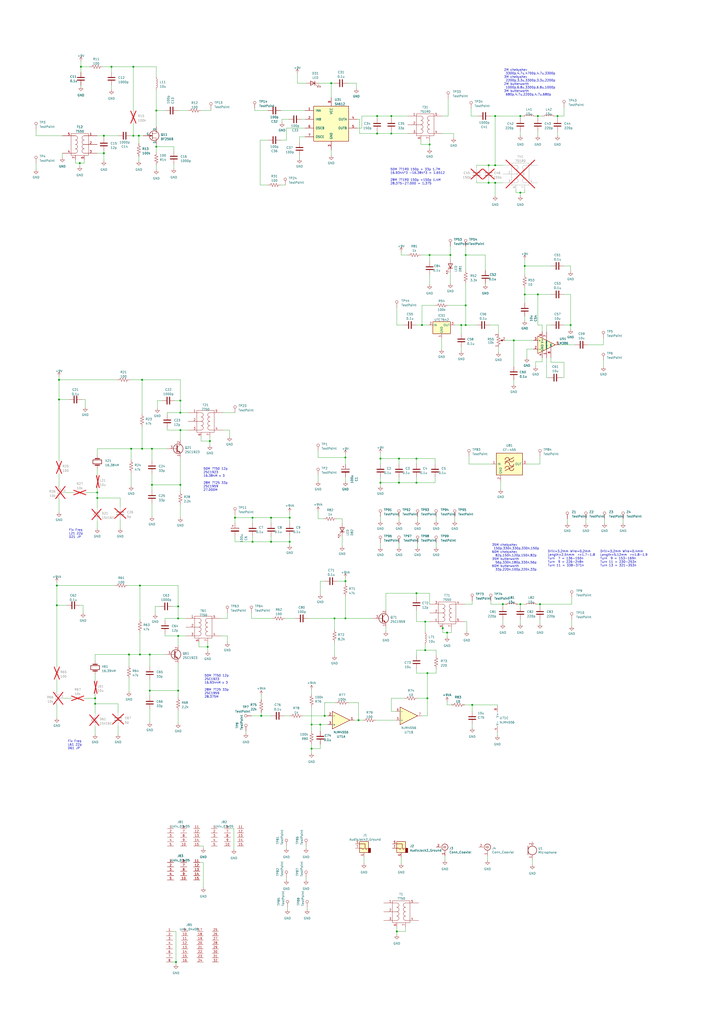
<source format=kicad_sch>
(kicad_sch (version 20230121) (generator eeschema)
  (paper "A2" portrait)
  (title_block (title "50MHz AM TRX breadboard") (date "2024-05-06") (company "JK1MLY"))
  (junction (at 157.48 300.355))
  (junction (at 249.555 147.955))
  (junction (at 257.175 364.49))
  (junction (at 82.55 260.35))
  (junction (at 245.11 188.595))
  (junction (at 56.515 288.925))
  (junction (at 103.505 351.79))
  (junction (at 157.48 314.325))
  (junction (at 219.075 77.47))
  (junction (at 88.265 281.305))
  (junction (at 86.995 400.685))
  (junction (at 120.65 375.285))
  (junction (at 104.775 232.41))
  (junction (at 77.47 38.735))
  (junction (at 248.285 390.525))
  (junction (at 220.98 266.065))
  (junction (at 136.525 300.355))
  (junction (at 230.505 540.385))
  (junction (at 298.45 197.485))
  (junction (at 287.655 95.885))
  (junction (at 312.42 170.815))
  (junction (at 188.595 415.29))
  (junction (at 80.645 78.74))
  (junction (at 168.275 300.355))
  (junction (at 283.845 106.045))
  (junction (at 292.1 350.52))
  (junction (at 259.715 367.03))
  (junction (at 168.275 314.325))
  (junction (at 247.015 360.68))
  (junction (at 55.245 405.13))
  (junction (at 64.77 38.735))
  (junction (at 302.26 67.31))
  (junction (at 104.775 239.395))
  (junction (at 200.66 337.185))
  (junction (at 192.405 48.26))
  (junction (at 81.28 339.725))
  (junction (at 76.2 260.35))
  (junction (at 60.325 88.9))
  (junction (at 102.235 558.165))
  (junction (at 104.775 249.555))
  (junction (at 33.02 351.155))
  (junction (at 331.47 188.595))
  (junction (at 270.51 177.165))
  (junction (at 302.26 111.76))
  (junction (at 249.555 83.82))
  (junction (at 146.685 300.355))
  (junction (at 241.935 266.065))
  (junction (at 241.935 280.035))
  (junction (at 34.29 231.775))
  (junction (at 74.93 379.73))
  (junction (at 82.55 220.345))
  (junction (at 302.26 350.52))
  (junction (at 261.62 147.955))
  (junction (at 77.47 78.74))
  (junction (at 270.51 188.595))
  (junction (at 304.8 170.815))
  (junction (at 227.33 77.47))
  (junction (at 248.285 405.13))
  (junction (at 241.935 344.17))
  (junction (at 313.69 350.52))
  (junction (at 103.505 400.685))
  (junction (at 180.975 420.37))
  (junction (at 90.805 85.09))
  (junction (at 104.775 281.305))
  (junction (at 283.845 95.885))
  (junction (at 90.805 64.135))
  (junction (at 33.02 339.725))
  (junction (at 312.42 67.31))
  (junction (at 146.685 314.325))
  (junction (at 60.325 78.74))
  (junction (at 56.515 285.75))
  (junction (at 121.92 255.905))
  (junction (at 287.655 67.31))
  (junction (at 231.775 266.065))
  (junction (at 274.32 408.94))
  (junction (at 267.97 188.595))
  (junction (at 151.765 415.29))
  (junction (at 219.075 67.31))
  (junction (at 194.31 358.775))
  (junction (at 86.995 379.73))
  (junction (at 231.775 280.035))
  (junction (at 103.505 358.775))
  (junction (at 220.98 280.035))
  (junction (at 200.66 358.775))
  (junction (at 88.265 260.35))
  (junction (at 270.51 147.955))
  (junction (at 200.66 265.43))
  (junction (at 227.33 67.31))
  (junction (at 81.28 379.73))
  (junction (at 323.85 67.31))
  (junction (at 46.99 38.735))
  (junction (at 208.28 417.83))
  (junction (at 304.8 154.305))
  (junction (at 34.29 220.345))
  (junction (at 46.355 94.615))
  (junction (at 55.245 408.305))
  (junction (at 180.975 434.34))
  (junction (at 186.055 420.37))
  (junction (at 287.655 106.045))
  (junction (at 103.505 368.935))
  (junction (at 247.015 377.19))
  (wire (pts (xy 210.185 67.31) (xy 219.075 67.31)))
  (wire (pts (xy 227.33 76.2) (xy 227.33 77.47)))
  (wire (pts (xy 48.895 405.13) (xy 55.245 405.13)))
  (wire (pts (xy 302.26 76.2) (xy 302.26 78.74)))
  (wire (pts (xy 46.99 38.735) (xy 52.07 38.735)))
  (wire (pts (xy 314.96 188.595) (xy 314.96 192.405)))
  (wire (pts (xy 227.33 405.13) (xy 227.33 412.75)))
  (wire (pts (xy 180.975 400.05) (xy 180.975 402.59)))
  (wire (pts (xy 158.115 358.775) (xy 146.05 358.775)))
  (wire (pts (xy 81.28 379.73) (xy 86.995 379.73)))
  (wire (pts (xy 163.195 81.28) (xy 166.37 81.28)))
  (wire (pts (xy 175.26 69.215) (xy 177.165 69.215)))
  (wire (pts (xy 100.33 540.385) (xy 102.235 540.385)))
  (wire (pts (xy 271.145 360.68) (xy 271.145 366.395)))
  (wire (pts (xy 320.04 207.645) (xy 320.04 210.185)))
  (wire (pts (xy 327.66 219.075) (xy 326.39 219.075)))
  (wire (pts (xy 299.72 109.855) (xy 299.72 111.76)))
  (wire (pts (xy 132.08 368.935) (xy 132.08 372.745)))
  (wire (pts (xy 190.5 420.37) (xy 186.055 420.37)))
  (wire (pts (xy 201.93 48.26) (xy 207.01 48.26)))
  (wire (pts (xy 292.1 350.52) (xy 293.37 350.52)))
  (wire (pts (xy 253.365 299.72) (xy 253.365 302.26)))
  (wire (pts (xy 118.11 500.38) (xy 118.11 514.985)))
  (wire (pts (xy 313.69 350.52) (xy 313.69 351.79)))
  (wire (pts (xy 168.275 314.325) (xy 168.275 316.23)))
  (wire (pts (xy 69.85 294.005) (xy 69.85 288.925)))
  (wire (pts (xy 302.26 67.31) (xy 303.53 67.31)))
  (wire (pts (xy 274.32 408.94) (xy 274.32 412.75)))
  (wire (pts (xy 247.015 360.68) (xy 247.015 366.395)))
  (wire (pts (xy 298.45 220.345) (xy 298.45 222.885)))
  (wire (pts (xy 252.73 177.165) (xy 245.11 177.165)))
  (wire (pts (xy 157.48 311.15) (xy 157.48 314.325)))
  (wire (pts (xy 43.815 94.615) (xy 46.355 94.615)))
  (wire (pts (xy 270.51 188.595) (xy 276.86 188.595)))
  (wire (pts (xy 233.045 497.205) (xy 233.045 501.015)))
  (wire (pts (xy 151.13 81.28) (xy 151.13 107.315)))
  (wire (pts (xy 100.965 87.63) (xy 100.965 85.09)))
  (wire (pts (xy 248.285 405.13) (xy 248.285 415.29)))
  (wire (pts (xy 97.155 249.555) (xy 97.155 248.285)))
  (wire (pts (xy 304.8 111.76) (xy 302.26 111.76)))
  (wire (pts (xy 46.99 35.56) (xy 46.99 38.735)))
  (wire (pts (xy 287.655 95.885) (xy 292.1 95.885)))
  (wire (pts (xy 48.26 351.155) (xy 48.26 355.6)))
  (wire (pts (xy 151.765 415.29) (xy 157.48 415.29)))
  (wire (pts (xy 147.955 64.135) (xy 147.955 62.865)))
  (wire (pts (xy 90.17 351.79) (xy 90.17 356.235)))
  (wire (pts (xy 220.98 280.035) (xy 220.98 281.94)))
  (wire (pts (xy 241.935 360.68) (xy 247.015 360.68)))
  (wire (pts (xy 267.97 188.595) (xy 270.51 188.595)))
  (wire (pts (xy 292.1 350.52) (xy 292.1 351.79)))
  (wire (pts (xy 304.8 109.855) (xy 304.8 111.76)))
  (wire (pts (xy 247.015 377.19) (xy 253.365 377.19)))
  (wire (pts (xy 312.42 67.31) (xy 312.42 68.58)))
  (wire (pts (xy 151.13 107.315) (xy 155.575 107.315)))
  (wire (pts (xy 248.285 415.29) (xy 245.11 415.29)))
  (wire (pts (xy 253.365 314.96) (xy 253.365 317.5)))
  (wire (pts (xy 312.42 350.52) (xy 313.69 350.52)))
  (wire (pts (xy 179.07 358.775) (xy 194.31 358.775)))
  (wire (pts (xy 244.475 83.82) (xy 249.555 83.82)))
  (wire (pts (xy 241.935 188.595) (xy 245.11 188.595)))
  (wire (pts (xy 224.155 344.17) (xy 224.155 353.695)))
  (wire (pts (xy 242.57 299.72) (xy 242.57 302.26)))
  (wire (pts (xy 68.58 421.005) (xy 68.58 426.085)))
  (wire (pts (xy 90.805 85.09) (xy 90.805 88.265)))
  (wire (pts (xy 68.58 413.385) (xy 68.58 408.305)))
  (wire (pts (xy 100.965 95.25) (xy 100.965 97.79)))
  (wire (pts (xy 320.04 154.305) (xy 304.8 154.305)))
  (wire (pts (xy 194.31 358.775) (xy 194.31 365.125)))
  (wire (pts (xy 103.505 368.935) (xy 95.885 368.935)))
  (wire (pts (xy 56.515 302.26) (xy 56.515 306.705)))
  (wire (pts (xy 302.26 350.52) (xy 302.26 351.79)))
  (wire (pts (xy 351.155 300.99) (xy 351.155 303.53)))
  (wire (pts (xy 274.32 408.94) (xy 288.925 408.94)))
  (wire (pts (xy 166.37 509.27) (xy 166.37 510.54)))
  (wire (pts (xy 56.515 78.74) (xy 60.325 78.74)))
  (wire (pts (xy 74.295 339.725) (xy 81.28 339.725)))
  (wire (pts (xy 313.69 269.24) (xy 306.07 269.24)))
  (wire (pts (xy 166.37 74.295) (xy 166.37 81.28)))
  (wire (pts (xy 103.505 358.775) (xy 95.885 358.775)))
  (wire (pts (xy 195.58 300.99) (xy 198.755 300.99)))
  (wire (pts (xy 172.72 48.26) (xy 172.72 42.545)))
  (wire (pts (xy 36.195 88.9) (xy 36.195 91.44)))
  (wire (pts (xy 325.12 200.025) (xy 334.01 200.025)))
  (wire (pts (xy 147.955 64.135) (xy 155.575 64.135)))
  (wire (pts (xy 317.5 219.075) (xy 318.77 219.075)))
  (wire (pts (xy 207.645 69.215) (xy 208.915 69.215)))
  (wire (pts (xy 135.89 480.695) (xy 135.89 492.76)))
  (wire (pts (xy 298.45 197.485) (xy 309.88 197.485)))
  (wire (pts (xy 34.29 218.44) (xy 34.29 220.345)))
  (wire (pts (xy 49.53 231.775) (xy 49.53 236.22)))
  (wire (pts (xy 116.205 500.38) (xy 118.11 500.38)))
  (wire (pts (xy 86.995 394.335) (xy 86.995 400.685)))
  (wire (pts (xy 90.805 64.135) (xy 90.805 73.66)))
  (wire (pts (xy 101.6 232.41) (xy 104.775 232.41)))
  (wire (pts (xy 304.8 150.495) (xy 304.8 154.305)))
  (wire (pts (xy 151.765 403.225) (xy 151.765 405.765)))
  (wire (pts (xy 76.2 78.74) (xy 77.47 78.74)))
  (wire (pts (xy 88.265 281.305) (xy 104.775 281.305)))
  (wire (pts (xy 68.58 408.305) (xy 55.245 408.305)))
  (wire (pts (xy 241.935 344.17) (xy 249.555 344.17)))
  (wire (pts (xy 269.875 360.68) (xy 271.145 360.68)))
  (wire (pts (xy 331.47 188.595) (xy 331.47 191.135)))
  (wire (pts (xy 121.92 255.905) (xy 121.92 258.445)))
  (wire (pts (xy 261.62 147.955) (xy 261.62 150.495)))
  (wire (pts (xy 190.5 415.29) (xy 188.595 415.29)))
  (wire (pts (xy 46.99 49.53) (xy 46.99 50.165)))
  (wire (pts (xy 64.77 49.53) (xy 64.77 52.07)))
  (wire (pts (xy 90.805 85.09) (xy 100.965 85.09)))
  (wire (pts (xy 230.505 540.385) (xy 230.505 542.29)))
  (wire (pts (xy 220.98 276.86) (xy 220.98 280.035)))
  (wire (pts (xy 177.8 48.26) (xy 172.72 48.26)))
  (wire (pts (xy 104.775 249.555) (xy 97.155 249.555)))
  (wire (pts (xy 267.97 201.295) (xy 267.97 203.835)))
  (wire (pts (xy 80.645 78.74) (xy 80.645 83.185)))
  (wire (pts (xy 327.66 154.305) (xy 331.47 154.305)))
  (wire (pts (xy 103.505 339.725) (xy 103.505 351.79)))
  (wire (pts (xy 157.48 300.355) (xy 168.275 300.355)))
  (wire (pts (xy 103.505 351.79) (xy 103.505 358.775)))
  (wire (pts (xy 267.97 188.595) (xy 267.97 193.675)))
  (wire (pts (xy 177.165 79.375) (xy 173.99 79.375)))
  (wire (pts (xy 312.42 76.2) (xy 312.42 78.74)))
  (wire (pts (xy 249.555 83.82) (xy 249.555 86.36)))
  (wire (pts (xy 231.775 314.96) (xy 231.775 317.5)))
  (wire (pts (xy 287.655 106.045) (xy 283.845 106.045)))
  (wire (pts (xy 285.115 67.31) (xy 287.655 67.31)))
  (wire (pts (xy 168.275 300.355) (xy 168.275 303.53)))
  (wire (pts (xy 241.935 390.525) (xy 248.285 390.525)))
  (wire (pts (xy 241.935 377.19) (xy 247.015 377.19)))
  (wire (pts (xy 304.8 167.005) (xy 304.8 170.815)))
  (wire (pts (xy 184.785 261.62) (xy 184.785 265.43)))
  (wire (pts (xy 186.055 420.37) (xy 186.055 424.18)))
  (wire (pts (xy 116.205 490.855) (xy 118.11 490.855)))
  (wire (pts (xy 136.525 311.15) (xy 136.525 314.325)))
  (wire (pts (xy 298.45 197.485) (xy 298.45 212.725)))
  (wire (pts (xy 47.625 231.775) (xy 49.53 231.775)))
  (wire (pts (xy 235.585 537.845) (xy 235.585 540.385)))
  (wire (pts (xy 302.26 67.31) (xy 302.26 68.58)))
  (wire (pts (xy 304.8 170.815) (xy 304.8 175.895)))
  (wire (pts (xy 313.69 264.795) (xy 313.69 269.24)))
  (wire (pts (xy 104.775 220.345) (xy 104.775 232.41)))
  (wire (pts (xy 258.445 496.57) (xy 258.445 499.11)))
  (wire (pts (xy 241.935 377.19) (xy 241.935 380.365)))
  (wire (pts (xy 198.755 311.15) (xy 198.755 316.865)))
  (wire (pts (xy 200.66 276.86) (xy 200.66 279.4)))
  (wire (pts (xy 210.185 67.31) (xy 210.185 74.295)))
  (wire (pts (xy 273.685 67.31) (xy 277.495 67.31)))
  (wire (pts (xy 55.245 408.305) (xy 55.245 414.02)))
  (wire (pts (xy 115.57 375.285) (xy 120.65 375.285)))
  (wire (pts (xy 200.66 337.185) (xy 200.66 338.455)))
  (wire (pts (xy 231.775 280.035) (xy 241.935 280.035)))
  (wire (pts (xy 290.83 279.4) (xy 290.83 283.845)))
  (wire (pts (xy 292.1 359.41) (xy 292.1 361.95)))
  (wire (pts (xy 95.885 64.135) (xy 90.805 64.135)))
  (wire (pts (xy 269.875 408.94) (xy 274.32 408.94)))
  (wire (pts (xy 60.325 87.63) (xy 60.325 88.9)))
  (wire (pts (xy 302.26 359.41) (xy 302.26 361.95)))
  (wire (pts (xy 314.96 207.645) (xy 314.96 209.931)))
  (wire (pts (xy 241.935 280.035) (xy 252.73 280.035)))
  (wire (pts (xy 270.51 147.955) (xy 270.51 156.845)))
  (wire (pts (xy 180.975 434.34) (xy 180.975 436.88)))
  (wire (pts (xy 350.52 208.915) (xy 350.52 212.725)))
  (wire (pts (xy 180.975 410.21) (xy 180.975 420.37)))
  (wire (pts (xy 270.51 147.955) (xy 281.94 147.955)))
  (wire (pts (xy 74.93 379.73) (xy 74.93 386.08)))
  (wire (pts (xy 350.52 196.215) (xy 350.52 200.025)))
  (wire (pts (xy 302.26 111.76) (xy 299.72 111.76)))
  (wire (pts (xy 261.62 142.875) (xy 261.62 147.955)))
  (wire (pts (xy 104.775 232.41) (xy 104.775 239.395)))
  (wire (pts (xy 274.32 348.615) (xy 274.32 350.52)))
  (wire (pts (xy 165.735 358.775) (xy 171.45 358.775)))
  (wire (pts (xy 88.265 281.305) (xy 88.265 284.48)))
  (wire (pts (xy 103.505 400.685) (xy 103.505 404.495)))
  (wire (pts (xy 312.42 170.815) (xy 312.42 188.595)))
  (wire (pts (xy 230.505 188.595) (xy 234.315 188.595)))
  (wire (pts (xy 317.5 207.645) (xy 317.5 219.075)))
  (wire (pts (xy 165.1 415.29) (xy 168.275 415.29)))
  (wire (pts (xy 270.51 142.875) (xy 270.51 147.955)))
  (wire (pts (xy 231.775 269.24) (xy 231.775 266.065)))
  (wire (pts (xy 102.235 558.165) (xy 102.235 559.435)))
  (wire (pts (xy 249.555 147.955) (xy 249.555 151.765)))
  (wire (pts (xy 151.765 413.385) (xy 151.765 415.29)))
  (wire (pts (xy 285.115 350.52) (xy 292.1 350.52)))
  (wire (pts (xy 283.845 104.775) (xy 283.845 106.045)))
  (wire (pts (xy 241.935 266.065) (xy 241.935 269.24)))
  (wire (pts (xy 283.21 496.57) (xy 283.21 499.11)))
  (wire (pts (xy 107.95 358.775) (xy 103.505 358.775)))
  (wire (pts (xy 36.195 78.74) (xy 20.955 78.74)))
  (wire (pts (xy 257.175 67.31) (xy 260.35 67.31)))
  (wire (pts (xy 313.69 359.41) (xy 313.69 361.95)))
  (wire (pts (xy 55.245 402.59) (xy 55.245 405.13)))
  (wire (pts (xy 194.31 358.775) (xy 200.66 358.775)))
  (wire (pts (xy 33.02 351.155) (xy 33.02 339.725)))
  (wire (pts (xy 163.195 64.135) (xy 177.165 64.135)))
  (wire (pts (xy 163.83 69.215) (xy 163.83 71.12)))
  (wire (pts (xy 104.775 249.555) (xy 104.775 255.27)))
  (wire (pts (xy 327.66 188.595) (xy 331.47 188.595)))
  (wire (pts (xy 104.775 239.395) (xy 97.155 239.395)))
  (wire (pts (xy 262.255 367.03) (xy 262.255 364.49)))
  (wire (pts (xy 312.42 67.31) (xy 314.96 67.31)))
  (wire (pts (xy 245.11 177.165) (xy 245.11 188.595)))
  (wire (pts (xy 257.175 364.49) (xy 257.175 367.03)))
  (wire (pts (xy 146.685 300.355) (xy 146.685 303.53)))
  (wire (pts (xy 192.405 86.995) (xy 192.405 90.17)))
  (wire (pts (xy 331.47 154.305) (xy 331.47 157.48)))
  (wire (pts (xy 77.47 71.755) (xy 77.47 78.74)))
  (wire (pts (xy 146.05 355.6) (xy 146.05 358.775)))
  (wire (pts (xy 230.505 178.435) (xy 230.505 188.595)))
  (wire (pts (xy 34.29 231.775) (xy 40.005 231.775)))
  (wire (pts (xy 34.29 220.345) (xy 67.945 220.345)))
  (wire (pts (xy 187.96 300.99) (xy 184.785 300.99)))
  (wire (pts (xy 329.565 300.99) (xy 329.565 303.53)))
  (wire (pts (xy 74.93 393.7) (xy 74.93 401.32)))
  (wire (pts (xy 33.02 339.725) (xy 66.675 339.725)))
  (wire (pts (xy 233.045 146.05) (xy 233.045 147.955)))
  (wire (pts (xy 220.98 266.065) (xy 220.98 269.24)))
  (wire (pts (xy 102.235 540.385) (xy 102.235 558.165)))
  (wire (pts (xy 340.36 300.99) (xy 340.36 303.53)))
  (wire (pts (xy 55.245 421.64) (xy 55.245 426.085)))
  (wire (pts (xy 208.28 417.83) (xy 205.74 417.83)))
  (wire (pts (xy 288.925 408.94) (xy 288.925 409.575)))
  (wire (pts (xy 248.285 390.525) (xy 248.285 405.13)))
  (wire (pts (xy 60.325 78.74) (xy 68.58 78.74)))
  (wire (pts (xy 235.585 540.385) (xy 230.505 540.385)))
  (wire (pts (xy 33.02 408.94) (xy 33.02 416.56)))
  (wire (pts (xy 146.685 311.15) (xy 146.685 314.325)))
  (wire (pts (xy 231.775 299.72) (xy 231.775 302.26)))
  (wire (pts (xy 220.98 314.96) (xy 220.98 317.5)))
  (wire (pts (xy 244.475 81.28) (xy 244.475 83.82)))
  (wire (pts (xy 129.54 239.395) (xy 136.525 239.395)))
  (wire (pts (xy 77.47 38.735) (xy 90.805 38.735)))
  (wire (pts (xy 276.86 106.045) (xy 276.86 104.775)))
  (wire (pts (xy 56.515 271.78) (xy 56.515 275.59)))
  (wire (pts (xy 322.58 67.31) (xy 323.85 67.31)))
  (wire (pts (xy 60.325 78.74) (xy 60.325 80.01)))
  (wire (pts (xy 33.02 337.82) (xy 33.02 339.725)))
  (wire (pts (xy 56.515 283.21) (xy 56.515 285.75)))
  (wire (pts (xy 304.8 170.815) (xy 312.42 170.815)))
  (wire (pts (xy 269.875 350.52) (xy 274.32 350.52)))
  (wire (pts (xy 103.505 64.135) (xy 109.22 64.135)))
  (wire (pts (xy 200.66 346.075) (xy 200.66 358.775)))
  (wire (pts (xy 116.84 253.365) (xy 116.84 255.905)))
  (wire (pts (xy 142.875 424.18) (xy 142.875 425.45)))
  (wire (pts (xy 56.515 285.75) (xy 56.515 288.925)))
  (wire (pts (xy 166.37 490.855) (xy 166.37 492.125)))
  (wire (pts (xy 253.365 377.19) (xy 253.365 380.365)))
  (wire (pts (xy 249.555 350.52) (xy 249.555 344.17)))
  (wire (pts (xy 304.8 183.515) (xy 304.8 186.055)))
  (wire (pts (xy 311.15 67.31) (xy 312.42 67.31)))
  (wire (pts (xy 287.655 67.31) (xy 287.655 95.885)))
  (wire (pts (xy 86.995 400.685) (xy 86.995 403.86)))
  (wire (pts (xy 46.355 94.615) (xy 46.355 96.52)))
  (wire (pts (xy 186.055 420.37) (xy 180.975 420.37)))
  (wire (pts (xy 173.99 79.375) (xy 173.99 82.55)))
  (wire (pts (xy 302.26 111.76) (xy 302.26 113.665)))
  (wire (pts (xy 247.015 360.68) (xy 249.555 360.68)))
  (wire (pts (xy 186.055 337.185) (xy 186.055 344.805)))
  (wire (pts (xy 227.33 412.75) (xy 229.87 412.75)))
  (wire (pts (xy 120.65 372.745) (xy 120.65 375.285)))
  (wire (pts (xy 91.44 232.41) (xy 93.98 232.41)))
  (wire (pts (xy 81.28 339.725) (xy 103.505 339.725)))
  (wire (pts (xy 220.98 266.065) (xy 231.775 266.065)))
  (wire (pts (xy 211.455 497.205) (xy 211.455 501.015)))
  (wire (pts (xy 313.69 350.52) (xy 332.105 350.52)))
  (wire (pts (xy 34.29 274.955) (xy 34.29 281.94)))
  (wire (pts (xy 33.02 386.715) (xy 33.02 351.155)))
  (wire (pts (xy 109.22 249.555) (xy 104.775 249.555)))
  (wire (pts (xy 285.115 348.615) (xy 285.115 350.52)))
  (wire (pts (xy 122.555 64.135) (xy 116.84 64.135)))
  (wire (pts (xy 306.07 202.565) (xy 309.88 202.565)))
  (wire (pts (xy 88.265 267.335) (xy 88.265 260.35)))
  (wire (pts (xy 192.405 56.515) (xy 192.405 48.26)))
  (wire (pts (xy 33.02 351.155) (xy 38.735 351.155)))
  (wire (pts (xy 241.935 344.17) (xy 241.935 346.71)))
  (wire (pts (xy 273.685 62.865) (xy 273.685 67.31)))
  (wire (pts (xy 74.93 379.73) (xy 55.245 379.73)))
  (wire (pts (xy 242.57 405.13) (xy 248.285 405.13)))
  (wire (pts (xy 64.77 38.735) (xy 77.47 38.735)))
  (wire (pts (xy 257.175 367.03) (xy 259.715 367.03)))
  (wire (pts (xy 77.47 38.735) (xy 77.47 64.135)))
  (wire (pts (xy 104.775 281.305) (xy 104.775 285.115)))
  (wire (pts (xy 36.83 405.13) (xy 41.275 405.13)))
  (wire (pts (xy 103.505 384.81) (xy 103.505 400.685)))
  (wire (pts (xy 55.245 405.13) (xy 55.245 408.305)))
  (wire (pts (xy 207.01 48.26) (xy 207.01 51.435)))
  (wire (pts (xy 219.075 77.47) (xy 227.33 77.47)))
  (wire (pts (xy 302.26 350.52) (xy 304.8 350.52)))
  (wire (pts (xy 272.415 264.795) (xy 272.415 269.24)))
  (wire (pts (xy 260.35 57.15) (xy 260.35 67.31)))
  (wire (pts (xy 219.075 76.2) (xy 219.075 77.47)))
  (wire (pts (xy 208.28 417.83) (xy 210.82 417.83)))
  (wire (pts (xy 208.28 407.67) (xy 208.28 417.83)))
  (wire (pts (xy 257.175 363.22) (xy 257.175 364.49)))
  (wire (pts (xy 34.29 267.335) (xy 34.29 231.775)))
  (wire (pts (xy 323.85 67.31) (xy 323.85 68.58)))
  (wire (pts (xy 69.85 301.625) (xy 69.85 306.705)))
  (wire (pts (xy 231.775 266.065) (xy 241.935 266.065)))
  (wire (pts (xy 284.48 188.595) (xy 289.56 188.595)))
  (wire (pts (xy 90.805 95.885) (xy 90.805 98.425)))
  (wire (pts (xy 55.245 379.73) (xy 55.245 383.54)))
  (wire (pts (xy 95.885 358.775) (xy 95.885 360.045)))
  (wire (pts (xy 327.66 210.185) (xy 327.66 219.075)))
  (wire (pts (xy 90.17 351.79) (xy 92.71 351.79)))
  (wire (pts (xy 168.275 311.15) (xy 168.275 314.325)))
  (wire (pts (xy 331.47 170.815) (xy 331.47 188.595)))
  (wire (pts (xy 69.85 288.925) (xy 56.515 288.925)))
  (wire (pts (xy 220.98 262.89) (xy 220.98 266.065)))
  (wire (pts (xy 50.165 285.75) (xy 56.515 285.75)))
  (wire (pts (xy 287.655 67.31) (xy 302.26 67.31)))
  (wire (pts (xy 48.895 92.71) (xy 48.895 94.615)))
  (wire (pts (xy 109.22 239.395) (xy 104.775 239.395)))
  (wire (pts (xy 77.47 78.74) (xy 80.645 78.74)))
  (wire (pts (xy 33.02 394.335) (xy 33.02 401.32)))
  (wire (pts (xy 186.055 434.34) (xy 180.975 434.34)))
  (wire (pts (xy 253.365 390.525) (xy 253.365 387.985)))
  (wire (pts (xy 81.28 367.03) (xy 81.28 379.73)))
  (wire (pts (xy 104.775 265.43) (xy 104.775 281.305)))
  (wire (pts (xy 288.925 424.815) (xy 288.925 426.72)))
  (wire (pts (xy 192.405 48.26) (xy 194.31 48.26)))
  (wire (pts (xy 281.94 147.955) (xy 281.94 156.845)))
  (wire (pts (xy 46.99 38.735) (xy 46.99 41.91)))
  (wire (pts (xy 236.855 77.47) (xy 227.33 77.47)))
  (wire (pts (xy 76.2 260.35) (xy 76.2 266.7)))
  (wire (pts (xy 103.505 368.935) (xy 103.505 374.65)))
  (wire (pts (xy 184.785 265.43) (xy 200.66 265.43)))
  (wire (pts (xy 287.655 106.045) (xy 287.655 113.665)))
  (wire (pts (xy 146.05 415.29) (xy 151.765 415.29)))
  (wire (pts (xy 247.015 374.015) (xy 247.015 377.19)))
  (wire (pts (xy 257.175 77.47) (xy 263.525 77.47)))
  (wire (pts (xy 81.28 339.725) (xy 81.28 359.41)))
  (wire (pts (xy 332.105 346.71) (xy 332.105 350.52)))
  (wire (pts (xy 88.265 260.35) (xy 97.155 260.35)))
  (wire (pts (xy 132.08 355.6) (xy 132.08 358.775)))
  (wire (pts (xy 252.73 276.86) (xy 252.73 280.035)))
  (wire (pts (xy 136.525 300.355) (xy 146.685 300.355)))
  (wire (pts (xy 274.32 420.37) (xy 274.32 422.275)))
  (wire (pts (xy 323.85 76.2) (xy 323.85 78.74)))
  (wire (pts (xy 276.86 95.885) (xy 283.845 95.885)))
  (wire (pts (xy 100.33 558.165) (xy 102.235 558.165)))
  (wire (pts (xy 100.33 351.79) (xy 103.505 351.79)))
  (wire (pts (xy 175.895 415.29) (xy 188.595 415.29)))
  (wire (pts (xy 90.805 52.07) (xy 90.805 64.135)))
  (wire (pts (xy 323.85 67.31) (xy 327.66 67.31)))
  (wire (pts (xy 264.16 299.72) (xy 264.16 302.26)))
  (wire (pts (xy 264.16 188.595) (xy 267.97 188.595)))
  (wire (pts (xy 177.165 74.295) (xy 166.37 74.295)))
  (wire (pts (xy 185.42 48.26) (xy 192.405 48.26)))
  (wire (pts (xy 163.195 107.315) (xy 165.735 107.315)))
  (wire (pts (xy 178.435 526.415) (xy 178.435 527.685)))
  (wire (pts (xy 60.325 88.9) (xy 60.325 93.345)))
  (wire (pts (xy 90.805 38.735) (xy 90.805 44.45)))
  (wire (pts (xy 224.155 344.17) (xy 241.935 344.17)))
  (wire (pts (xy 281.94 164.465) (xy 281.94 165.1)))
  (wire (pts (xy 261.62 158.115) (xy 261.62 164.465)))
  (wire (pts (xy 200.66 265.43) (xy 200.66 269.24)))
  (wire (pts (xy 198.755 300.99) (xy 198.755 303.53)))
  (wire (pts (xy 236.855 147.955) (xy 233.045 147.955)))
  (wire (pts (xy 202.565 407.67) (xy 208.28 407.67)))
  (wire (pts (xy 75.565 220.345) (xy 82.55 220.345)))
  (wire (pts (xy 136.525 298.45) (xy 136.525 300.355)))
  (wire (pts (xy 133.985 480.695) (xy 135.89 480.695)))
  (wire (pts (xy 361.95 300.99) (xy 361.95 303.53)))
  (wire (pts (xy 103.505 412.115) (xy 103.505 419.735)))
  (wire (pts (xy 350.52 200.025) (xy 341.63 200.025)))
  (wire (pts (xy 34.29 289.56) (xy 34.29 297.18)))
  (wire (pts (xy 289.56 201.295) (xy 289.56 204.343)))
  (wire (pts (xy 311.15 209.931) (xy 311.15 212.725)))
  (wire (pts (xy 263.525 77.47) (xy 263.525 80.01)))
  (wire (pts (xy 91.44 232.41) (xy 91.44 236.855)))
  (wire (pts (xy 188.595 407.67) (xy 194.945 407.67)))
  (wire (pts (xy 219.075 67.31) (xy 219.075 68.58)))
  (wire (pts (xy 283.845 95.885) (xy 283.845 97.155)))
  (wire (pts (xy 293.37 197.485) (xy 298.45 197.485)))
  (wire (pts (xy 230.505 537.845) (xy 230.505 540.385)))
  (wire (pts (xy 121.92 253.365) (xy 121.92 255.905)))
  (wire (pts (xy 56.515 288.925) (xy 56.515 294.64)))
  (wire (pts (xy 259.715 408.94) (xy 262.255 408.94)))
  (wire (pts (xy 227.33 67.31) (xy 227.33 68.58)))
  (wire (pts (xy 312.42 170.815) (xy 320.04 170.815)))
  (wire (pts (xy 224.155 363.855) (xy 224.155 366.395)))
  (wire (pts (xy 115.57 372.745) (xy 115.57 375.285)))
  (wire (pts (xy 82.55 260.35) (xy 76.2 260.35)))
  (wire (pts (xy 136.525 300.355) (xy 136.525 303.53)))
  (wire (pts (xy 128.27 368.935) (xy 132.08 368.935)))
  (wire (pts (xy 236.855 67.31) (xy 227.33 67.31)))
  (wire (pts (xy 309.245 498.475) (xy 309.245 501.65)))
  (wire (pts (xy 241.935 276.86) (xy 241.935 280.035)))
  (wire (pts (xy 234.95 405.13) (xy 227.33 405.13)))
  (wire (pts (xy 289.56 188.595) (xy 289.56 193.675)))
  (wire (pts (xy 118.11 490.855) (xy 118.11 492.125)))
  (wire (pts (xy 186.055 337.185) (xy 188.595 337.185)))
  (wire (pts (xy 56.515 260.35) (xy 56.515 264.16)))
  (wire (pts (xy 231.775 276.86) (xy 231.775 280.035)))
  (wire (pts (xy 177.8 509.27) (xy 177.8 510.54)))
  (wire (pts (xy 332.105 359.41) (xy 332.105 363.22)))
  (wire (pts (xy 173.99 90.17) (xy 173.99 92.075)))
  (wire (pts (xy 76.2 274.32) (xy 76.2 281.94)))
  (wire (pts (xy 220.98 299.72) (xy 220.98 302.26)))
  (wire (pts (xy 259.715 367.03) (xy 259.715 369.57)))
  (wire (pts (xy 188.595 407.67) (xy 188.595 415.29)))
  (wire (pts (xy 186.055 431.8) (xy 186.055 434.34)))
  (wire (pts (xy 194.31 372.745) (xy 194.31 380.365)))
  (wire (pts (xy 184.785 296.545) (xy 184.785 300.99)))
  (wire (pts (xy 60.325 88.9) (xy 56.515 88.9)))
  (wire (pts (xy 157.48 303.53) (xy 157.48 300.355)))
  (wire (pts (xy 306.07 202.565) (xy 306.07 207.645)))
  (wire (pts (xy 107.95 368.935) (xy 103.505 368.935)))
  (wire (pts (xy 46.355 351.155) (xy 48.26 351.155)))
  (wire (pts (xy 136.525 314.325) (xy 146.685 314.325)))
  (wire (pts (xy 120.65 375.285) (xy 120.65 377.825)))
  (wire (pts (xy 80.645 78.74) (xy 83.185 78.74)))
  (wire (pts (xy 208.915 77.47) (xy 219.075 77.47)))
  (wire (pts (xy 317.5 188.595) (xy 317.5 192.405)))
  (wire (pts (xy 242.57 314.96) (xy 242.57 317.5)))
  (wire (pts (xy 82.55 220.345) (xy 82.55 240.03)))
  (wire (pts (xy 167.64 69.215) (xy 163.83 69.215)))
  (wire (pts (xy 82.55 247.65) (xy 82.55 260.35)))
  (wire (pts (xy 122.555 63.5) (xy 122.555 64.135)))
  (wire (pts (xy 314.96 209.931) (xy 311.15 209.931)))
  (wire (pts (xy 304.8 154.305) (xy 304.8 159.385)))
  (wire (pts (xy 55.245 391.16) (xy 55.245 394.97)))
  (wire (pts (xy 249.555 147.955) (xy 261.62 147.955)))
  (wire (pts (xy 177.8 490.855) (xy 177.8 492.125)))
  (wire (pts (xy 200.66 335.28) (xy 200.66 337.185)))
  (wire (pts (xy 97.155 239.395) (xy 97.155 240.665)))
  (wire (pts (xy 129.54 249.555) (xy 133.35 249.555)))
  (wire (pts (xy 86.995 386.715) (xy 86.995 379.73)))
  (wire (pts (xy 64.77 38.735) (xy 64.77 41.91)))
  (wire (pts (xy 276.86 106.045) (xy 283.845 106.045)))
  (wire (pts (xy 88.265 292.1) (xy 88.265 299.72)))
  (wire (pts (xy 95.885 368.935) (xy 95.885 367.665)))
  (wire (pts (xy 59.69 38.735) (xy 64.77 38.735)))
  (wire (pts (xy 76.2 260.35) (xy 56.515 260.35)))
  (wire (pts (xy 86.995 400.685) (xy 103.505 400.685)))
  (wire (pts (xy 241.935 387.985) (xy 241.935 390.525)))
  (wire (pts (xy 249.555 81.28) (xy 249.555 83.82)))
  (wire (pts (xy 248.285 390.525) (xy 253.365 390.525)))
  (wire (pts (xy 327.66 62.23) (xy 327.66 67.31)))
  (wire (pts (xy 287.655 106.045) (xy 292.1 106.045)))
  (wire (pts (xy 116.84 255.905) (xy 121.92 255.905)))
  (wire (pts (xy 167.005 526.415) (xy 167.005 527.685)))
  (wire (pts (xy 219.075 67.31) (xy 227.33 67.31)))
  (wire (pts (xy 260.35 177.165) (xy 270.51 177.165)))
  (wire (pts (xy 259.715 407.035) (xy 259.715 408.94)))
  (wire (pts (xy 82.55 220.345) (xy 104.775 220.345)))
  (wire (pts (xy 218.44 417.83) (xy 229.87 417.83)))
  (wire (pts (xy 272.415 269.24) (xy 285.75 269.24)))
  (wire (pts (xy 208.915 69.215) (xy 208.915 77.47)))
  (wire (pts (xy 133.35 249.555) (xy 133.35 253.365)))
  (wire (pts (xy 270.51 164.465) (xy 270.51 177.165)))
  (wire (pts (xy 283.845 95.885) (xy 287.655 95.885)))
  (wire (pts (xy 252.73 269.24) (xy 252.73 266.065)))
  (wire (pts (xy 168.275 297.18) (xy 168.275 300.355)))
  (wire (pts (xy 180.975 420.37) (xy 180.975 424.18)))
  (wire (pts (xy 180.975 431.8) (xy 180.975 434.34)))
  (wire (pts (xy 81.28 379.73) (xy 74.93 379.73)))
  (wire (pts (xy 220.98 280.035) (xy 231.775 280.035)))
  (wire (pts (xy 270.51 177.165) (xy 270.51 188.595)))
  (wire (pts (xy 300.99 350.52) (xy 302.26 350.52)))
  (wire (pts (xy 90.805 83.82) (xy 90.805 85.09)))
  (wire (pts (xy 46.355 94.615) (xy 48.895 94.615)))
  (wire (pts (xy 157.48 314.325) (xy 168.275 314.325)))
  (wire (pts (xy 155.575 81.28) (xy 151.13 81.28)))
  (wire (pts (xy 20.955 94.615) (xy 20.955 98.425)))
  (wire (pts (xy 86.995 379.73) (xy 95.885 379.73)))
  (wire (pts (xy 327.66 170.815) (xy 331.47 170.815)))
  (wire (pts (xy 43.815 92.71) (xy 43.815 94.615)))
  (wire (pts (xy 80.645 90.805) (xy 80.645 93.345)))
  (wire (pts (xy 20.955 78.74) (xy 20.955 74.93)))
  (wire (pts (xy 200.66 358.775) (xy 216.535 358.775)))
  (wire (pts (xy 241.935 354.33) (xy 241.935 360.68)))
  (wire (pts (xy 320.04 210.185) (xy 327.66 210.185)))
  (wire (pts (xy 207.645 74.295) (xy 210.185 74.295)))
  (wire (pts (xy 244.475 147.955) (xy 249.555 147.955)))
  (wire (pts (xy 146.685 314.325) (xy 157.48 314.325)))
  (wire (pts (xy 249.555 159.385) (xy 249.555 165.1)))
  (wire (pts (xy 245.11 188.595) (xy 248.92 188.595)))
  (wire (pts (xy 252.73 266.065) (xy 241.935 266.065)))
  (wire (pts (xy 82.55 260.35) (xy 88.265 260.35)))
  (wire (pts (xy 259.715 367.03) (xy 262.255 367.03)))
  (wire (pts (xy 276.86 95.885) (xy 276.86 97.155)))
  (wire (pts (xy 320.04 188.595) (xy 317.5 188.595)))
  (wire (pts (xy 132.08 358.775) (xy 128.27 358.775)))
  (wire (pts (xy 312.42 188.595) (xy 314.96 188.595)))
  (wire (pts (xy 38.1 285.75) (xy 42.545 285.75)))
  (wire (pts (xy 256.54 196.215) (xy 256.54 202.565)))
  (wire (pts (xy 184.785 275.59) (xy 184.785 279.4)))
  (wire (pts (xy 200.66 263.525) (xy 200.66 265.43)))
  (wire (pts (xy 88.265 274.955) (xy 88.265 281.305)))
  (wire (pts (xy 34.29 231.775) (xy 34.29 220.345)))
  (wire (pts (xy 196.215 337.185) (xy 200.66 337.185)))
  (wire (pts (xy 104.775 292.735) (xy 104.775 300.355)))
  (wire (pts (xy 86.995 411.48) (xy 86.995 419.1)))
  (wire (pts (xy 146.685 300.355) (xy 157.48 300.355)))
  (text "50M 7T1R0 150p + 33p 1.7M\n16.9344*3 -16.384*3 = 1.6512\n\n28M 7T1R0 150p +150p 1.4M\n28.375-27.000 = 1.375\n" (at 226.695 107.315 0) (effects (font (size 1.27 1.27)) (justify left bottom)))
  (text "Drill=3.2mm Wire=0.4mm\nLength=5.12mm  r=1.8-1.9\nTurn  9 = 153-169n\nTurn 11 = 230-253n\nTurn 13 = 321-353n\n" (at 348.615 328.93 0) (effects (font (size 1.27 1.27)) (justify left bottom)))
  (text "2M chebyshev\n 3300p,4.7u,4700p,4.7u,3300p\n3M chebyshev\n 2200p,3.3u,3300p,3.3u,2200p\n2M butterworth\n 1000p,6.8u,3300p,6.8u,1000p\n3M butterworth\n 680p,4.7u,2200p,4.7u,680p\n\n" (at 292.735 57.785 0) (effects (font (size 1.27 1.27)) (justify left bottom)))
  (text "Fix Freq\nL61 22p\nD61 JP\n" (at 39.37 434.975 0) (effects (font (size 1.27 1.27)) (justify left bottom)))
  (text "Drill=3.2mm Wire=0.2mm\nLength=2.54mm  r=1.7-1.8\nTurn  7 = 136-150n\nTurn  9 = 226-248n\nTurn 11 = 338-371n\n" (at 318.135 328.93 0) (effects (font (size 1.27 1.27)) (justify left bottom)))
  (text "50M 7T50 12p\n2SC1923\n16.9344M x 3\n\n28M 7T25 33p\n2SC1959\n28.375M \n" (at 118.745 405.13 0) (effects (font (size 1.27 1.27)) (justify left bottom)))
  (text "35M chebyshev\n 150p,330n,330p,330n,150p\n60M chebyshev\n  82p,150n,120p,150n,82p\n35M butterworth\n  56p,330n,180p,330n,56p\n60M butterworth\n  33p,220n,100p,220n,33p\n\n" (at 285.75 333.375 0) (effects (font (size 1.27 1.27)) (justify left bottom)))
  (text "50M 7T50 12p\n2SC1923\n16.384M x 3\n\n28M 7T25 33p\n2SC1959\n27.000M \n" (at 118.11 285.115 0) (effects (font (size 1.27 1.27)) (justify left bottom)))
  (text "Fix Freq\nL21 22p\nD21 JP\n" (at 40.005 312.42 0) (effects (font (size 1.27 1.27)) (justify left bottom)))
  (symbol (lib_id "usr_Library:Transformer_SP_1S") (at 118.11 363.855 0) (unit 1)
    (property "Reference" "T61" (at 118.11 354.33 0))
    (property "Value" "7T50" (at 118.11 356.87 0))
    (property "Footprint" "usr-Library:coil_7mm" (effects hide))
  )
  (symbol (lib_id "power:GND") (at 118.11 514.985 0) (unit 1)
    (property "Reference" "#PWR0113" (effects hide))
    (property "Value" "GND" (at 118.11 520.065 0))
  )
  (symbol (lib_id "Device:R_US") (at 55.88 38.735 90) (unit 1)
    (property "Reference" "R11" (at 55.88 34.29 90))
    (property "Value" "100" (at 55.88 36.83 90))
    (property "Footprint" "usr-Library:R_Axial_DIN0207_L6.3mm_D2.2mm_P2.54mm_Vertical" (effects hide))
  )
  (symbol (lib_id "Connector:TestPoint") (at 340.36 300.99 0) (unit 1)
    (property "Reference" "Z2" (at 342.265 297.053 0) (effects (justify left)))
    (property "Value" "TestPoint" (at 342.265 299.593 0) (effects (justify left)))
    (property "Footprint" "usr-Library:TestPoint_Drill3mm" (effects hide))
  )
  (symbol (lib_id "power:GND") (at 263.525 80.01 0) (unit 1)
    (property "Reference" "#PWR0123" (effects hide))
    (property "Value" "GND" (at 263.525 84.455 0))
  )
  (symbol (lib_id "Device:C") (at 323.85 188.595 90) (unit 1)
    (property "Reference" "C57" (at 323.85 182.245 90))
    (property "Value" "10u" (at 323.85 184.785 90))
    (property "Footprint" "usr-Library:C_Disc_P5.12mm" (effects hide))
  )
  (symbol (lib_id "Connector:TestPoint") (at 242.57 299.72 0) (unit 1)
    (property "Reference" "TP93" (at 244.475 295.783 0) (effects (justify left)))
    (property "Value" "TestPoint" (at 244.475 298.323 0) (effects (justify left)))
    (property "Footprint" "TestPoint:TestPoint_Loop_D2.50mm_Drill1.0mm" (effects hide))
  )
  (symbol (lib_id "Connector:TestPoint") (at 332.105 359.41 0) (unit 1)
    (property "Reference" "TP10" (at 334.645 355.473 0) (effects (justify left)))
    (property "Value" "TestPoint" (at 334.645 358.013 0) (effects (justify left)))
    (property "Footprint" "TestPoint:TestPoint_Loop_D2.50mm_Drill1.0mm" (effects hide))
  )
  (symbol (lib_id "Connector:TestPoint") (at 220.98 299.72 0) (unit 1)
    (property "Reference" "TP91" (at 222.885 295.783 0) (effects (justify left)))
    (property "Value" "TestPoint" (at 222.885 298.323 0) (effects (justify left)))
    (property "Footprint" "TestPoint:TestPoint_Loop_D2.50mm_Drill1.0mm" (effects hide))
  )
  (symbol (lib_id "Device:C") (at 68.58 417.195 0) (unit 1) (dnp yes)
    (property "Reference" "C67" (at 72.39 416.56 0) (effects (justify left)))
    (property "Value" "5p" (at 72.39 419.1 0) (effects (justify left)))
    (property "Footprint" "usr-Library:C_Disc_P2.54mm" (effects hide))
  )
  (symbol (lib_id "Device:R_US") (at 46.355 285.75 90) (unit 1) (dnp yes)
    (property "Reference" "R27" (at 46.355 280.67 90))
    (property "Value" "10k" (at 46.355 283.21 90))
    (property "Footprint" "usr-Library:R_Axial_DIN0207_L6.3mm_D2.2mm_P2.54mm_Vertical" (effects hide))
  )
  (symbol (lib_id "Device:L") (at 247.015 370.205 0) (unit 1)
    (property "Reference" "L71" (at 248.92 369.57 0) (effects (justify left)))
    (property "Value" "10u" (at 248.92 372.11 0) (effects (justify left)))
    (property "Footprint" "usr-Library:R_Axial_DIN0207_L6.3mm_D2.2mm_P2.54mm_Vertical" (effects hide))
  )
  (symbol (lib_id "Device:C") (at 88.265 288.29 0) (unit 1)
    (property "Reference" "C25" (at 92.075 287.655 0) (effects (justify left)))
    (property "Value" "33p" (at 92.075 290.195 0) (effects (justify left)))
    (property "Footprint" "usr-Library:C_Disc_P2.54mm" (effects hide))
  )
  (symbol (lib_id "Device:R_US") (at 266.065 408.94 90) (unit 1)
    (property "Reference" "R83" (at 266.065 404.495 90))
    (property "Value" "10" (at 266.065 407.035 90))
    (property "Footprint" "usr-Library:R_Axial_DIN0207_L6.3mm_D2.2mm_P2.54mm_Vertical" (effects hide))
  )
  (symbol (lib_id "Connector:TestPoint") (at 351.155 300.99 0) (unit 1)
    (property "Reference" "Z3" (at 353.695 297.053 0) (effects (justify left)))
    (property "Value" "TestPoint" (at 353.695 299.593 0) (effects (justify left)))
    (property "Footprint" "usr-Library:TestPoint_Drill3mm" (effects hide))
  )
  (symbol (lib_id "Connector:TestPoint") (at 136.525 239.395 0) (unit 1)
    (property "Reference" "TP23" (at 138.43 235.458 0) (effects (justify left)))
    (property "Value" "TestPoint" (at 138.43 237.998 0) (effects (justify left)))
    (property "Footprint" "TestPoint:TestPoint_Loop_D2.50mm_Drill1.0mm" (effects hide))
  )
  (symbol (lib_id "power:GND") (at 283.21 499.11 0) (unit 1)
    (property "Reference" "#PWR0172" (effects hide))
    (property "Value" "GND" (at 283.21 504.19 0))
  )
  (symbol (lib_id "power:GND") (at 340.36 303.53 0) (unit 1)
    (property "Reference" "#PWR0100" (effects hide))
    (property "Value" "GND" (at 340.36 307.975 0))
  )
  (symbol (lib_id "power:GND") (at 121.92 258.445 0) (unit 1)
    (property "Reference" "#PWR0146" (effects hide))
    (property "Value" "GND" (at 121.92 262.89 0))
  )
  (symbol (lib_id "power:GND") (at 163.83 71.12 0) (unit 1)
    (property "Reference" "#PWR0117" (effects hide))
    (property "Value" "GND" (at 163.83 75.565 0))
  )
  (symbol (lib_id "Device:R_US") (at 80.645 86.995 0) (unit 1)
    (property "Reference" "R13" (at 82.55 86.36 0) (effects (justify left)))
    (property "Value" "100k" (at 82.55 88.9 0) (effects (justify left)))
    (property "Footprint" "usr-Library:R_Axial_DIN0207_L6.3mm_D2.2mm_P2.54mm_Vertical" (effects hide))
  )
  (symbol (lib_id "usr_Library:univ_04x08") (at 105.41 545.465 0) (unit 1)
    (property "Reference" "J85" (at 109.855 536.575 0))
    (property "Value" "Univ_04x08" (at 109.855 539.115 0))
    (property "Footprint" "usr-Library:univ_04x08" (effects hide))
  )
  (symbol (lib_id "Device:L") (at 56.515 279.4 0) (unit 1) (dnp yes)
    (property "Reference" "L21" (at 57.785 278.765 0) (effects (justify left)))
    (property "Value" "10u" (at 57.785 281.305 0) (effects (justify left)))
    (property "Footprint" "usr-Library:R_Axial_DIN0207_L6.3mm_D2.2mm_P2.54mm_Vertical" (effects hide))
  )
  (symbol (lib_id "power:GND") (at 192.405 90.17 0) (unit 1)
    (property "Reference" "#PWR0183" (effects hide))
    (property "Value" "GND" (at 192.405 94.615 0))
  )
  (symbol (lib_id "power:GND") (at 233.045 501.015 0) (unit 1)
    (property "Reference" "#PWR0171" (effects hide))
    (property "Value" "GND" (at 233.045 506.095 0))
  )
  (symbol (lib_id "power:GND") (at 361.95 303.53 0) (unit 1)
    (property "Reference" "#PWR0154" (effects hide))
    (property "Value" "GND" (at 361.95 307.975 0))
  )
  (symbol (lib_id "power:GND") (at 253.365 317.5 0) (unit 1)
    (property "Reference" "#PWR098" (effects hide))
    (property "Value" "GND" (at 253.365 321.945 0))
  )
  (symbol (lib_id "usr_Library:UTC7642") (at 256.54 188.595 0) (unit 1)
    (property "Reference" "IC51" (at 256.54 183.007 0))
    (property "Value" "UTC7642" (at 256.54 185.547 0))
    (property "Footprint" "Package_TO_SOT_THT:TO-92_Inline_Wide" (effects hide))
  )
  (symbol (lib_id "Device:C") (at 298.45 216.535 180) (unit 1)
    (property "Reference" "C60" (at 301.752 215.9 0) (effects (justify right)))
    (property "Value" "0.1u" (at 301.752 218.44 0) (effects (justify right)))
    (property "Footprint" "usr-Library:C_Disc_P2.54mm" (effects hide))
  )
  (symbol (lib_id "Device:R_US") (at 81.28 363.22 0) (unit 1)
    (property "Reference" "R63" (at 83.185 362.585 0) (effects (justify left)))
    (property "Value" "47k" (at 83.185 365.125 0) (effects (justify left)))
    (property "Footprint" "usr-Library:R_Axial_DIN0207_L6.3mm_D2.2mm_P2.54mm_Vertical" (effects hide))
  )
  (symbol (lib_id "Connector:TestPoint") (at 273.685 62.865 0) (unit 1)
    (property "Reference" "TP34" (at 275.59 58.928 0) (effects (justify left)))
    (property "Value" "TestPoint" (at 275.59 61.468 0) (effects (justify left)))
    (property "Footprint" "TestPoint:TestPoint_Loop_D2.50mm_Drill1.0mm" (effects hide))
  )
  (symbol (lib_id "power:+9VA") (at 151.765 403.225 0) (unit 1)
    (property "Reference" "#PWR081" (effects hide))
    (property "Value" "+9VA" (at 151.765 399.415 0))
  )
  (symbol (lib_id "Device:R_US") (at 90.805 92.075 0) (mirror x) (unit 1)
    (property "Reference" "R14" (at 92.71 92.71 0) (effects (justify left)))
    (property "Value" "100" (at 92.71 90.17 0) (effects (justify left)))
    (property "Footprint" "usr-Library:R_Axial_DIN0207_L6.3mm_D2.2mm_P2.54mm_Vertical" (effects hide))
  )
  (symbol (lib_id "Connector:TestPoint") (at 132.08 355.6 0) (unit 1)
    (property "Reference" "TP63" (at 133.985 351.663 0) (effects (justify left)))
    (property "Value" "TestPoint" (at 133.985 354.203 0) (effects (justify left)))
    (property "Footprint" "TestPoint:TestPoint_Loop_D2.50mm_Drill1.0mm" (effects hide))
  )
  (symbol (lib_id "Connector:TestPoint") (at 231.775 314.96 0) (unit 1)
    (property "Reference" "TP97" (at 234.315 311.023 0) (effects (justify left)))
    (property "Value" "TestPoint" (at 234.315 313.563 0) (effects (justify left)))
    (property "Footprint" "TestPoint:TestPoint_Loop_D2.50mm_Drill1.0mm" (effects hide))
  )
  (symbol (lib_id "Device:R_US") (at 198.755 407.67 90) (unit 1)
    (property "Reference" "R77" (at 198.755 403.225 90))
    (property "Value" "100k" (at 198.755 405.765 90))
    (property "Footprint" "usr-Library:R_Axial_DIN0207_L6.3mm_D2.2mm_P2.54mm_Vertical" (effects hide))
  )
  (symbol (lib_id "Connector:TestPoint") (at 136.525 298.45 0) (unit 1)
    (property "Reference" "TP11" (at 138.43 294.513 0) (effects (justify left)))
    (property "Value" "TestPoint" (at 138.43 297.053 0) (effects (justify left)))
    (property "Footprint" "TestPoint:TestPoint_Loop_D2.50mm_Drill1.0mm" (effects hide))
  )
  (symbol (lib_id "power:GND") (at 103.505 419.735 0) (unit 1)
    (property "Reference" "#PWR049" (effects hide))
    (property "Value" "GND" (at 103.505 424.18 0))
  )
  (symbol (lib_id "Device:C") (at 302.26 72.39 0) (mirror y) (unit 1)
    (property "Reference" "C42" (at 298.45 71.755 0) (effects (justify left)))
    (property "Value" "220p" (at 298.45 74.295 0) (effects (justify left)))
    (property "Footprint" "usr-Library:C_Disc_P2.54mm" (effects hide))
  )
  (symbol (lib_id "Device:R_US") (at 253.365 384.175 0) (unit 1)
    (property "Reference" "R73" (at 255.905 383.54 0) (effects (justify left)))
    (property "Value" "220" (at 255.905 386.08 0) (effects (justify left)))
    (property "Footprint" "usr-Library:R_Axial_DIN0207_L6.3mm_D2.2mm_P2.54mm_Vertical" (effects hide))
  )
  (symbol (lib_id "power:+9V") (at 200.66 263.525 0) (unit 1)
    (property "Reference" "#PWR0101" (effects hide))
    (property "Value" "+9V" (at 200.66 260.35 0))
  )
  (symbol (lib_id "Device:R_US") (at 103.505 408.305 180) (unit 1)
    (property "Reference" "R68" (at 105.41 407.67 0) (effects (justify right)))
    (property "Value" "2.2k" (at 105.41 410.21 0) (effects (justify right)))
    (property "Footprint" "usr-Library:R_Axial_DIN0207_L6.3mm_D2.2mm_P2.54mm_Vertical" (effects hide))
  )
  (symbol (lib_id "Connector:TestPoint") (at 253.365 314.96 0) (unit 1)
    (property "Reference" "TP99" (at 255.905 311.023 0) (effects (justify left)))
    (property "Value" "TestPoint" (at 255.905 313.563 0) (effects (justify left)))
    (property "Footprint" "TestPoint:TestPoint_Loop_D2.50mm_Drill1.0mm" (effects hide))
  )
  (symbol (lib_id "Device:R_Potentiometer_Trim_US") (at 33.02 405.13 0) (unit 1) (dnp yes)
    (property "Reference" "R66" (at 31.115 404.495 0) (effects (justify right)))
    (property "Value" "10k" (at 31.115 407.035 0) (effects (justify right)))
    (property "Footprint" "usr-Library:Potentiometer_1" (effects hide))
  )
  (symbol (lib_id "power:GND") (at 46.99 50.165 0) (unit 1)
    (property "Reference" "#PWR0108" (effects hide))
    (property "Value" "GND" (at 46.99 55.245 0))
  )
  (symbol (lib_id "power:GND") (at 46.355 96.52 0) (unit 1)
    (property "Reference" "#PWR0129" (effects hide))
    (property "Value" "GND" (at 46.355 101.6 0))
  )
  (symbol (lib_id "Device:C") (at 241.935 273.05 0) (unit 1)
    (property "Reference" "C4" (at 248.285 271.78 0) (effects (justify right)))
    (property "Value" "0.1u" (at 248.285 274.32 0) (effects (justify right)))
    (property "Footprint" "usr-Library:C_Disc_P2.54mm" (effects hide))
  )
  (symbol (lib_id "Device:C") (at 238.125 188.595 90) (unit 1)
    (property "Reference" "C55" (at 238.125 182.245 90))
    (property "Value" "0.1u" (at 238.125 184.785 90))
    (property "Footprint" "usr-Library:C_Disc_P2.54mm" (effects hide))
  )
  (symbol (lib_id "power:GND") (at 306.07 207.645 0) (unit 1)
    (property "Reference" "#PWR0134" (effects hide))
    (property "Value" "GND" (at 306.07 212.09 0))
  )
  (symbol (lib_id "power:GND") (at 309.245 501.65 0) (unit 1)
    (property "Reference" "#PWR0170" (effects hide))
    (property "Value" "GND" (at 309.245 506.73 0))
  )
  (symbol (lib_id "Device:C") (at 276.86 100.965 0) (unit 1) (dnp yes)
    (property "Reference" "C45" (at 273.05 100.33 0) (effects (justify right)))
    (property "Value" "150p" (at 273.685 102.87 0) (effects (justify right)))
    (property "Footprint" "usr-Library:C_Disc_P2.54mm" (effects hide))
  )
  (symbol (lib_id "Connector:TestPoint") (at 220.98 314.96 0) (unit 1)
    (property "Reference" "TP96" (at 222.885 311.023 0) (effects (justify left)))
    (property "Value" "TestPoint" (at 222.885 313.563 0) (effects (justify left)))
    (property "Footprint" "TestPoint:TestPoint_Loop_D2.50mm_Drill1.0mm" (effects hide))
  )
  (symbol (lib_id "Device:C") (at 146.685 307.34 0) (unit 1)
    (property "Reference" "C7" (at 153.035 306.07 0) (effects (justify right)))
    (property "Value" "0.1u" (at 153.035 308.61 0) (effects (justify right)))
    (property "Footprint" "usr-Library:C_Disc_P2.54mm" (effects hide))
  )
  (symbol (lib_id "Device:R_US") (at 214.63 417.83 90) (unit 1)
    (property "Reference" "R79" (at 214.63 413.385 90))
    (property "Value" "100" (at 214.63 415.925 90))
    (property "Footprint" "usr-Library:R_Axial_DIN0207_L6.3mm_D2.2mm_P2.54mm_Vertical" (effects hide))
  )
  (symbol (lib_id "Connector:TestPoint") (at 361.95 300.99 0) (unit 1)
    (property "Reference" "Z4" (at 363.855 297.053 0) (effects (justify left)))
    (property "Value" "TestPoint" (at 363.855 299.593 0) (effects (justify left)))
    (property "Footprint" "usr-Library:TestPoint_Drill3mm" (effects hide))
  )
  (symbol (lib_id "Device:L") (at 297.18 350.52 90) (unit 1)
    (property "Reference" "L81" (at 297.18 346.71 90))
    (property "Value" "15u" (at 297.18 349.25 90))
    (property "Footprint" "usr-Library:R_Axial_DIN0207_L6.3mm_D2.2mm_P2.54mm_Vertical" (effects hide))
  )
  (symbol (lib_id "Device:LED") (at 181.61 48.26 0) (mirror y) (unit 1)
    (property "Reference" "D31" (at 183.1975 42.545 0))
    (property "Value" "LED" (at 183.1975 45.085 0))
    (property "Footprint" "LED_THT:LED_D3.0mm" (effects hide))
  )
  (symbol (lib_id "Device:L") (at 55.245 398.78 0) (unit 1) (dnp yes)
    (property "Reference" "L61" (at 56.515 398.145 0) (effects (justify left)))
    (property "Value" "10u" (at 56.515 400.685 0) (effects (justify left)))
    (property "Footprint" "usr-Library:R_Axial_DIN0207_L6.3mm_D2.2mm_P2.54mm_Vertical" (effects hide))
  )
  (symbol (lib_id "Device:C") (at 252.73 273.05 0) (unit 1)
    (property "Reference" "C5" (at 259.08 271.78 0) (effects (justify right)))
    (property "Value" "0.1u" (at 259.08 274.32 0) (effects (justify right)))
    (property "Footprint" "usr-Library:C_Disc_P2.54mm" (effects hide))
  )
  (symbol (lib_id "Device:C") (at 283.845 100.965 0) (mirror y) (unit 1) (dnp yes)
    (property "Reference" "C46" (at 290.83 100.33 0) (effects (justify left)))
    (property "Value" "150p" (at 291.465 102.87 0) (effects (justify left)))
    (property "Footprint" "usr-Library:C_Disc_P2.54mm" (effects hide))
  )
  (symbol (lib_id "power:GND") (at 90.805 98.425 0) (unit 1)
    (property "Reference" "#PWR0132" (effects hide))
    (property "Value" "GND" (at 90.805 103.505 0))
  )
  (symbol (lib_id "Device:C") (at 42.545 351.155 90) (unit 1)
    (property "Reference" "C62" (at 42.545 345.44 90))
    (property "Value" "0.1u" (at 42.545 347.98 90))
    (property "Footprint" "usr-Library:C_Disc_P2.54mm" (effects hide))
  )
  (symbol (lib_id "power:GND") (at 166.37 510.54 0) (unit 1)
    (property "Reference" "#PWR0156" (effects hide))
    (property "Value" "GND" (at 166.37 515.62 0))
  )
  (symbol (lib_id "Connector:TestPoint") (at 166.37 490.855 0) (mirror y) (unit 1)
    (property "Reference" "TP81" (at 161.29 487.553 90))
    (property "Value" "TestPoint" (at 163.83 485.775 90))
    (property "Footprint" "TestPoint:TestPoint_Loop_D2.50mm_Drill1.0mm" (effects hide))
  )
  (symbol (lib_id "usr_Library:univ_03x05") (at 105.41 485.775 0) (unit 1)
    (property "Reference" "J81" (at 104.775 476.885 0))
    (property "Value" "Univ_03x05" (at 104.775 479.425 0))
    (property "Footprint" "usr-Library:univ_03x05" (effects hide))
  )
  (symbol (lib_id "Device:LED") (at 261.62 154.305 270) (mirror x) (unit 1)
    (property "Reference" "D81" (at 267.335 155.8925 0))
    (property "Value" "LED" (at 264.795 155.8925 0))
    (property "Footprint" "LED_THT:LED_D3.0mm" (effects hide))
  )
  (symbol (lib_id "Device:R_US") (at 270.51 160.655 0) (unit 1)
    (property "Reference" "R52" (at 273.05 160.02 0) (effects (justify left)))
    (property "Value" "3.3k" (at 273.05 162.56 0) (effects (justify left)))
    (property "Footprint" "usr-Library:R_Axial_DIN0207_L6.3mm_D2.2mm_P2.54mm_Vertical" (effects hide))
  )
  (symbol (lib_id "Device:C") (at 274.32 416.56 0) (mirror y) (unit 1)
    (property "Reference" "C75" (at 277.495 416.306 0) (effects (justify right)))
    (property "Value" "10u" (at 277.495 413.766 0) (effects (justify right)))
    (property "Footprint" "usr-Library:C_Disc_P5.12mm" (effects hide))
  )
  (symbol (lib_id "Device:C") (at 312.42 72.39 0) (unit 1)
    (property "Reference" "C43" (at 316.23 71.755 0) (effects (justify left)))
    (property "Value" "220p" (at 316.23 74.295 0) (effects (justify left)))
    (property "Footprint" "usr-Library:C_Disc_P2.54mm" (effects hide))
  )
  (symbol (lib_id "power:GND") (at 177.8 510.54 0) (unit 1)
    (property "Reference" "#PWR0159" (effects hide))
    (property "Value" "GND" (at 177.8 515.62 0))
  )
  (symbol (lib_id "power:GND") (at 76.2 281.94 0) (unit 1)
    (property "Reference" "#PWR0147" (effects hide))
    (property "Value" "GND" (at 76.2 286.385 0))
  )
  (symbol (lib_id "power:GND") (at 100.965 97.79 0) (unit 1)
    (property "Reference" "#PWR0130" (effects hide))
    (property "Value" "GND" (at 100.965 102.87 0))
  )
  (symbol (lib_id "power:GND") (at 302.26 113.665 0) (mirror y) (unit 1)
    (property "Reference" "#PWR0140" (effects hide))
    (property "Value" "GND" (at 302.26 118.745 0))
  )
  (symbol (lib_id "Device:R_US") (at 104.775 288.925 180) (unit 1)
    (property "Reference" "R28" (at 106.68 288.29 0) (effects (justify right)))
    (property "Value" "2.2k" (at 106.68 290.83 0) (effects (justify right)))
    (property "Footprint" "usr-Library:R_Axial_DIN0207_L6.3mm_D2.2mm_P2.54mm_Vertical" (effects hide))
  )
  (symbol (lib_id "power:GND") (at 290.83 283.845 0) (unit 1)
    (property "Reference" "#PWR087" (effects hide))
    (property "Value" "GND" (at 290.83 288.29 0))
  )
  (symbol (lib_id "Connector_Audio:AudioJack2_Ground") (at 211.455 492.125 0) (mirror y) (unit 1)
    (property "Reference" "J1" (at 212.09 484.505 0))
    (property "Value" "AudioJack2_Ground" (at 212.09 487.045 0))
    (property "Footprint" "Connector_Audio:Jack_3.5mm_CUI_SJ1-3525N_Horizontal" (effects hide))
    (property "Datasheet" "C-12478" (effects hide))
  )
  (symbol (lib_id "Device:C") (at 220.98 273.05 0) (unit 1)
    (property "Reference" "C2" (at 227.33 271.78 0) (effects (justify right)))
    (property "Value" "0.1u" (at 227.33 274.32 0) (effects (justify right)))
    (property "Footprint" "usr-Library:C_Disc_P2.54mm" (effects hide))
  )
  (symbol (lib_id "Connector:TestPoint") (at 178.435 526.415 0) (mirror y) (unit 1)
    (property "Reference" "TP88" (at 173.355 523.113 90))
    (property "Value" "TestPoint" (at 175.895 521.335 90))
    (property "Footprint" "TestPoint:TestPoint_Loop_D2.50mm_Drill1.0mm" (effects hide))
  )
  (symbol (lib_id "power:GND") (at 167.005 527.685 0) (unit 1)
    (property "Reference" "#PWR0157" (effects hide))
    (property "Value" "GND" (at 167.005 532.765 0))
  )
  (symbol (lib_id "Device:C") (at 64.77 45.72 0) (unit 1)
    (property "Reference" "C12" (at 68.58 45.085 0) (effects (justify left)))
    (property "Value" "1000p" (at 68.58 47.625 0) (effects (justify left)))
    (property "Footprint" "usr-Library:C_Disc_P2.54mm" (effects hide))
  )
  (symbol (lib_id "Connector:TestPoint") (at 231.775 299.72 0) (unit 1)
    (property "Reference" "TP92" (at 233.68 295.783 0) (effects (justify left)))
    (property "Value" "TestPoint" (at 233.68 298.323 0) (effects (justify left)))
    (property "Footprint" "TestPoint:TestPoint_Loop_D2.50mm_Drill1.0mm" (effects hide))
  )
  (symbol (lib_id "power:GND") (at 350.52 212.725 0) (unit 1)
    (property "Reference" "#PWR0136" (effects hide))
    (property "Value" "GND" (at 350.52 217.17 0))
  )
  (symbol (lib_id "power:GND") (at 261.62 164.465 0) (unit 1)
    (property "Reference" "#PWR0110" (effects hide))
    (property "Value" "GND" (at 261.62 168.91 0))
  )
  (symbol (lib_id "Device:R_US") (at 159.385 107.315 90) (unit 1)
    (property "Reference" "R31" (at 159.385 102.235 90))
    (property "Value" "100" (at 159.385 104.775 90))
    (property "Footprint" "usr-Library:R_Axial_DIN0207_L6.3mm_D2.2mm_P2.54mm_Vertical" (effects hide))
  )
  (symbol (lib_id "usr_Library:univ_03x05") (at 130.81 485.775 0) (unit 1)
    (property "Reference" "J82" (at 130.175 476.885 0))
    (property "Value" "Univ_03x05" (at 130.175 479.425 0))
    (property "Footprint" "usr-Library:univ_03x05" (effects hide))
  )
  (symbol (lib_id "power:GND") (at 69.85 306.705 0) (unit 1)
    (property "Reference" "#PWR0152" (effects hide))
    (property "Value" "GND" (at 69.85 311.15 0))
  )
  (symbol (lib_id "Device:Microphone") (at 309.245 493.395 0) (unit 1)
    (property "Reference" "U1" (at 312.547 492.2266 0) (effects (justify left)))
    (property "Value" "Microphone" (at 312.547 494.538 0) (effects (justify left)))
    (property "Footprint" "digikey-footprints:Mic_CMA-4544PF-W" (effects hide))
    (property "Datasheet" "P-01810" (effects hide))
  )
  (symbol (lib_id "power:GND") (at 55.245 426.085 0) (unit 1)
    (property "Reference" "#PWR050" (effects hide))
    (property "Value" "GND" (at 55.245 430.53 0))
  )
  (symbol (lib_id "power:GND") (at 34.29 297.18 0) (unit 1)
    (property "Reference" "#PWR0148" (effects hide))
    (property "Value" "GND" (at 34.29 301.625 0))
  )
  (symbol (lib_id "usr_Library:Transformer_SP_1S") (at 247.015 72.39 0) (unit 1)
    (property "Reference" "T31" (at 247.015 62.23 0))
    (property "Value" "7S1R0" (at 247.015 64.77 0))
    (property "Footprint" "usr-Library:coil_7mm" (effects hide))
  )
  (symbol (lib_id "Device:C") (at 241.935 350.52 0) (unit 1)
    (property "Reference" "C72" (at 245.11 349.885 0) (effects (justify left)))
    (property "Value" "12p" (at 245.11 352.425 0) (effects (justify left)))
    (property "Footprint" "usr-Library:C_Disc_P2.54mm" (effects hide))
  )
  (symbol (lib_id "power:GND") (at 332.105 363.22 0) (unit 1)
    (property "Reference" "#PWR085" (effects hide))
    (property "Value" "GND" (at 332.105 367.665 0))
  )
  (symbol (lib_id "Connector:TestPoint") (at 332.105 346.71 0) (unit 1)
    (property "Reference" "TP9" (at 334.645 342.773 0) (effects (justify left)))
    (property "Value" "TestPoint" (at 334.645 345.313 0) (effects (justify left)))
    (property "Footprint" "TestPoint:TestPoint_Loop_D2.50mm_Drill1.0mm" (effects hide))
  )
  (symbol (lib_id "power:GND") (at 48.26 355.6 0) (unit 1)
    (property "Reference" "#PWR042" (effects hide))
    (property "Value" "GND" (at 48.26 360.045 0))
  )
  (symbol (lib_id "power:GND") (at 264.16 302.26 0) (unit 1)
    (property "Reference" "#PWR094" (effects hide))
    (property "Value" "GND" (at 264.16 306.705 0))
  )
  (symbol (lib_id "Device:C") (at 97.79 232.41 90) (unit 1)
    (property "Reference" "C22" (at 97.79 226.06 90))
    (property "Value" "1000p" (at 97.79 228.6 90))
    (property "Footprint" "usr-Library:C_Disc_P2.54mm" (effects hide))
  )
  (symbol (lib_id "Device:R_US") (at 172.085 415.29 90) (unit 1)
    (property "Reference" "R78" (at 172.085 410.845 90))
    (property "Value" "1k" (at 172.085 413.385 90))
    (property "Footprint" "usr-Library:R_Axial_DIN0207_L6.3mm_D2.2mm_P2.54mm_Vertical" (effects hide))
  )
  (symbol (lib_id "Connector:TestPoint") (at 350.52 208.915 0) (unit 1)
    (property "Reference" "TP6" (at 352.425 204.978 0) (effects (justify left)))
    (property "Value" "TestPoint" (at 352.425 207.518 0) (effects (justify left)))
    (property "Footprint" "TestPoint:TestPoint_Loop_D2.50mm_Drill1.0mm" (effects hide))
  )
  (symbol (lib_id "Connector:TestPoint") (at 274.32 348.615 0) (unit 1)
    (property "Reference" "TP73" (at 276.225 344.678 0) (effects (justify left)))
    (property "Value" "TestPoint" (at 276.225 347.218 0) (effects (justify left)))
    (property "Footprint" "TestPoint:TestPoint_Loop_D2.50mm_Drill1.0mm" (effects hide))
  )
  (symbol (lib_id "Connector_Audio:AudioJack2_Ground") (at 233.045 492.125 0) (mirror y) (unit 1)
    (property "Reference" "J2" (at 238.125 490.855 0) (effects (justify right)))
    (property "Value" "AudioJack2_Ground" (at 238.125 493.395 0) (effects (justify right)))
    (property "Footprint" "Connector_Audio:Jack_3.5mm_CUI_SJ1-3525N_Horizontal" (effects hide))
    (property "Datasheet" "C-12478" (effects hide))
  )
  (symbol (lib_id "power:GND") (at 230.505 542.29 0) (unit 1)
    (property "Reference" "#PWR0173" (effects hide))
    (property "Value" "GND" (at 230.505 547.37 0))
  )
  (symbol (lib_id "Device:R_US") (at 180.975 427.99 180) (unit 1)
    (property "Reference" "R80" (at 179.07 428.625 0) (effects (justify left)))
    (property "Value" "100k" (at 179.07 426.085 0) (effects (justify left)))
    (property "Footprint" "usr-Library:R_Axial_DIN0207_L6.3mm_D2.2mm_P2.54mm_Vertical" (effects hide))
  )
  (symbol (lib_id "power:GND") (at 168.275 316.23 0) (unit 1)
    (property "Reference" "#PWR0165" (effects hide))
    (property "Value" "GND" (at 168.275 320.675 0))
  )
  (symbol (lib_id "power:GND") (at 194.31 380.365 0) (unit 1)
    (property "Reference" "#PWR080" (effects hide))
    (property "Value" "GND" (at 194.31 384.81 0))
  )
  (symbol (lib_id "Device:C") (at 302.26 355.6 0) (unit 1)
    (property "Reference" "C82" (at 306.07 354.965 0) (effects (justify left)))
    (property "Value" "220p" (at 306.07 357.505 0) (effects (justify left)))
    (property "Footprint" "usr-Library:C_Disc_P2.54mm" (effects hide))
  )
  (symbol (lib_id "Connector:TestPoint") (at 147.955 62.865 0) (unit 1)
    (property "Reference" "TP14" (at 150.495 58.928 0) (effects (justify left)))
    (property "Value" "TestPoint" (at 150.495 61.468 0) (effects (justify left)))
    (property "Footprint" "TestPoint:TestPoint_Loop_D2.50mm_Drill1.0mm" (effects hide))
  )
  (symbol (lib_id "power:GND") (at 267.97 203.835 0) (unit 1)
    (property "Reference" "#PWR0127" (effects hide))
    (property "Value" "GND" (at 267.97 208.28 0))
  )
  (symbol (lib_id "power:+9V") (at 233.045 146.05 0) (unit 1)
    (property "Reference" "#PWR0103" (effects hide))
    (property "Value" "+9V" (at 233.045 142.875 0))
  )
  (symbol (lib_id "power:GND") (at 133.35 253.365 0) (unit 1)
    (property "Reference" "#PWR0145" (effects hide))
    (property "Value" "GND" (at 133.35 257.81 0))
  )
  (symbol (lib_id "Device:C") (at 337.82 200.025 90) (unit 1)
    (property "Reference" "C59" (at 337.82 193.675 90))
    (property "Value" "10u" (at 337.82 196.215 90))
    (property "Footprint" "usr-Library:C_Disc_P5.12mm" (effects hide))
  )
  (symbol (lib_id "power:GND") (at 186.055 344.805 0) (unit 1)
    (property "Reference" "#PWR079" (effects hide))
    (property "Value" "GND" (at 186.055 349.25 0))
  )
  (symbol (lib_id "power:GND") (at 36.195 91.44 0) (unit 1)
    (property "Reference" "#PWR0122" (effects hide))
    (property "Value" "GND" (at 36.195 96.52 0))
  )
  (symbol (lib_id "power:+9VA") (at 168.275 297.18 0) (unit 1)
    (property "Reference" "#PWR0164" (effects hide))
    (property "Value" "+9VA" (at 168.275 293.37 0))
  )
  (symbol (lib_id "Connector:TestPoint") (at 261.62 142.875 0) (unit 1)
    (property "Reference" "TP53" (at 263.525 138.938 0) (effects (justify left)))
    (property "Value" "TestPoint" (at 263.525 141.478 0) (effects (justify left)))
    (property "Footprint" "TestPoint:TestPoint_Loop_D2.50mm_Drill1.0mm" (effects hide))
  )
  (symbol (lib_id "Device:C") (at 219.075 72.39 0) (mirror y) (unit 1)
    (property "Reference" "C34" (at 215.265 71.755 0) (effects (justify left)))
    (property "Value" "150p" (at 215.9 74.295 0) (effects (justify left)))
    (property "Footprint" "usr-Library:C_Disc_P2.54mm" (effects hide))
  )
  (symbol (lib_id "Connector:TestPoint") (at 146.05 415.29 90) (unit 1)
    (property "Reference" "TP7" (at 142.748 410.21 90))
    (property "Value" "TestPoint" (at 140.97 412.75 90))
    (property "Footprint" "TestPoint:TestPoint_Loop_D2.50mm_Drill1.0mm" (effects hide))
  )
  (symbol (lib_id "Amplifier_Operational:LM358") (at 198.12 417.83 0) (mirror x) (unit 1)
    (property "Reference" "U71" (at 198.12 427.355 0))
    (property "Value" "NJM4556" (at 198.12 424.815 0))
    (property "Footprint" "Package_DIP:DIP-8_W7.62mm_Socket" (effects hide))
    (property "Datasheet" "http://www.ti.com/lit/ds/symlink/lm2904-n.pdf" (effects hide))
  )
  (symbol (lib_id "power:GND") (at 298.45 222.885 0) (unit 1)
    (property "Reference" "#PWR0137" (effects hide))
    (property "Value" "GND" (at 298.45 227.33 0))
  )
  (symbol (lib_id "power:GND") (at 211.455 501.015 0) (unit 1)
    (property "Reference" "#PWR0168" (effects hide))
    (property "Value" "GND" (at 211.455 506.095 0))
  )
  (symbol (lib_id "Device:C") (at 100.965 91.44 0) (unit 1)
    (property "Reference" "C16" (at 104.775 90.805 0) (effects (justify left)))
    (property "Value" "1000p" (at 104.775 93.345 0) (effects (justify left)))
    (property "Footprint" "usr-Library:C_Disc_P2.54mm" (effects hide))
  )
  (symbol (lib_id "power:GND") (at 242.57 317.5 0) (unit 1)
    (property "Reference" "#PWR097" (effects hide))
    (property "Value" "GND" (at 242.57 321.945 0))
  )
  (symbol (lib_id "Device:R_US") (at 45.085 405.13 90) (unit 1) (dnp yes)
    (property "Reference" "R67" (at 45.085 400.05 90))
    (property "Value" "10k" (at 45.085 402.59 90))
    (property "Footprint" "usr-Library:R_Axial_DIN0207_L6.3mm_D2.2mm_P2.54mm_Vertical" (effects hide))
  )
  (symbol (lib_id "Device:R_US") (at 34.29 271.145 0) (unit 1) (dnp yes)
    (property "Reference" "R25" (at 36.195 270.51 0) (effects (justify left)))
    (property "Value" "100" (at 36.195 273.05 0) (effects (justify left)))
    (property "Footprint" "usr-Library:R_Axial_DIN0207_L6.3mm_D2.2mm_P2.54mm_Vertical" (effects hide))
  )
  (symbol (lib_id "power:GND") (at 331.47 191.135 0) (unit 1)
    (property "Reference" "#PWR0118" (effects hide))
    (property "Value" "GND" (at 331.47 195.58 0))
  )
  (symbol (lib_id "Device:C") (at 161.29 415.29 90) (unit 1)
    (property "Reference" "C76" (at 161.29 408.94 90))
    (property "Value" "0.1u" (at 161.29 411.48 90))
    (property "Footprint" "usr-Library:C_Disc_P2.54mm" (effects hide))
  )
  (symbol (lib_id "power:+9V") (at 304.8 150.495 0) (unit 1)
    (property "Reference" "#PWR0104" (effects hide))
    (property "Value" "+9V" (at 304.8 147.32 0))
  )
  (symbol (lib_id "power:GND") (at 220.98 281.94 0) (unit 1)
    (property "Reference" "#PWR088" (effects hide))
    (property "Value" "GND" (at 220.98 286.385 0))
  )
  (symbol (lib_id "Device:R_Potentiometer_Trim_US") (at 34.29 285.75 0) (unit 1) (dnp yes)
    (property "Reference" "R26" (at 32.385 285.115 0) (effects (justify right)))
    (property "Value" "10k" (at 32.385 287.655 0) (effects (justify right)))
    (property "Footprint" "usr-Library:Potentiometer_1" (effects hide))
  )
  (symbol (lib_id "Device:C") (at 292.1 355.6 0) (mirror y) (unit 1)
    (property "Reference" "C81" (at 288.29 354.965 0) (effects (justify left)))
    (property "Value" "220p" (at 288.29 357.505 0) (effects (justify left)))
    (property "Footprint" "usr-Library:C_Disc_P2.54mm" (effects hide))
  )
  (symbol (lib_id "power:+9V") (at 220.98 262.89 0) (unit 1)
    (property "Reference" "#PWR089" (effects hide))
    (property "Value" "+9V" (at 220.98 259.715 0))
  )
  (symbol (lib_id "Device:C") (at 157.48 307.34 0) (unit 1)
    (property "Reference" "C8" (at 163.83 306.07 0) (effects (justify right)))
    (property "Value" "0.1u" (at 163.83 308.61 0) (effects (justify right)))
    (property "Footprint" "usr-Library:C_Disc_P2.54mm" (effects hide))
  )
  (symbol (lib_id "power:GND") (at 289.56 204.343 0) (unit 1)
    (property "Reference" "#PWR0128" (effects hide))
    (property "Value" "GND" (at 289.56 208.788 0))
  )
  (symbol (lib_id "Device:C") (at 46.99 45.72 0) (mirror y) (unit 1)
    (property "Reference" "C11" (at 40.64 44.45 0) (effects (justify right)))
    (property "Value" "0.1u" (at 40.64 46.99 0) (effects (justify right)))
    (property "Footprint" "usr-Library:C_Disc_P2.54mm" (effects hide))
  )
  (symbol (lib_id "power:GND") (at 102.235 559.435 0) (unit 1)
    (property "Reference" "#PWR0175" (effects hide))
    (property "Value" "GND" (at 102.235 564.515 0))
  )
  (symbol (lib_id "Device:R_US") (at 74.93 389.89 180) (unit 1)
    (property "Reference" "R64" (at 76.835 389.255 0) (effects (justify right)))
    (property "Value" "47k" (at 76.835 391.795 0) (effects (justify right)))
    (property "Footprint" "usr-Library:R_Axial_DIN0207_L6.3mm_D2.2mm_P2.54mm_Vertical" (effects hide))
  )
  (symbol (lib_id "Connector:TestPoint") (at 253.365 299.72 0) (unit 1)
    (property "Reference" "TP94" (at 255.905 295.783 0) (effects (justify left)))
    (property "Value" "TestPoint" (at 255.905 298.323 0) (effects (justify left)))
    (property "Footprint" "TestPoint:TestPoint_Loop_D2.50mm_Drill1.0mm" (effects hide))
  )
  (symbol (lib_id "power:GND") (at 135.89 492.76 0) (unit 1)
    (property "Reference" "#PWR0174" (effects hide))
    (property "Value" "GND" (at 135.89 497.84 0))
  )
  (symbol (lib_id "Connector:TestPoint") (at 350.52 196.215 0) (unit 1)
    (property "Reference" "TP5" (at 352.425 192.278 0) (effects (justify left)))
    (property "Value" "TestPoint" (at 352.425 194.818 0) (effects (justify left)))
    (property "Footprint" "TestPoint:TestPoint_Loop_D2.50mm_Drill1.0mm" (effects hide))
  )
  (symbol (lib_id "Transistor_BJT:2SC1815") (at 102.235 260.35 0) (unit 1)
    (property "Reference" "Q21" (at 107.315 259.715 0) (effects (justify left)))
    (property "Value" "2SC1923" (at 107.315 262.255 0) (effects (justify left)))
    (property "Footprint" "Package_TO_SOT_THT:TO-92_Inline_Wide" (effects hide))
  )
  (symbol (lib_id "Connector:TestPoint") (at 327.66 62.23 0) (unit 1)
    (property "Reference" "TP43" (at 330.2 58.293 0) (effects (justify left)))
    (property "Value" "TestPoint" (at 330.2 60.833 0) (effects (justify left)))
    (property "Footprint" "TestPoint:TestPoint_Loop_D2.50mm_Drill1.0mm" (effects hide))
  )
  (symbol (lib_name "Transformer_SP_1S_2") (lib_id "Usr_Library:Transformer_SP_1S") (at 259.715 355.6 0) (unit 1)
    (property "Reference" "T71" (at 259.715 345.44 0))
    (property "Value" "7S50" (at 259.715 347.98 0))
    (property "Footprint" "usr-Library:coil_7mm" (effects hide))
  )
  (symbol (lib_id "power:+9VA") (at 259.715 407.035 0) (unit 1)
    (property "Reference" "#PWR0163" (effects hide))
    (property "Value" "+9VA" (at 259.715 403.225 0))
  )
  (symbol (lib_id "power:GND") (at 200.66 279.4 0) (unit 1)
    (property "Reference" "#PWR0107" (effects hide))
    (property "Value" "GND" (at 200.66 283.845 0))
  )
  (symbol (lib_id "Connector:TestPoint") (at 165.735 107.315 0) (unit 1)
    (property "Reference" "TP24" (at 167.64 103.378 0) (effects (justify left)))
    (property "Value" "TestPoint" (at 167.64 105.918 0) (effects (justify left)))
    (property "Footprint" "TestPoint:TestPoint_Loop_D2.50mm_Drill1.0mm" (effects hide))
  )
  (symbol (lib_id "Connector:TestPoint") (at 122.555 63.5 0) (unit 1)
    (property "Reference" "TP13" (at 124.46 59.563 0) (effects (justify left)))
    (property "Value" "TestPoint" (at 124.46 62.103 0) (effects (justify left)))
    (property "Footprint" "TestPoint:TestPoint_Loop_D2.50mm_Drill1.0mm" (effects hide))
  )
  (symbol (lib_id "Connector:TestPoint") (at 177.8 490.855 0) (mirror y) (unit 1)
    (property "Reference" "TP86" (at 172.72 487.553 90))
    (property "Value" "TestPoint" (at 175.26 485.775 90))
    (property "Footprint" "TestPoint:TestPoint_Loop_D2.50mm_Drill1.0mm" (effects hide))
  )
  (symbol (lib_id "power:GND") (at 104.775 300.355 0) (unit 1)
    (property "Reference" "#PWR0150" (effects hide))
    (property "Value" "GND" (at 104.775 304.8 0))
  )
  (symbol (lib_id "Device:C") (at 60.325 83.82 0) (unit 1)
    (property "Reference" "C15" (at 64.135 83.185 0) (effects (justify left)))
    (property "Value" "12p" (at 64.135 85.725 0) (effects (justify left)))
    (property "Footprint" "usr-Library:C_Disc_P2.54mm" (effects hide))
  )
  (symbol (lib_id "Connector:TestPoint") (at 184.785 261.62 0) (unit 1)
    (property "Reference" "TP1" (at 186.69 257.683 0) (effects (justify left)))
    (property "Value" "TestPoint" (at 186.69 260.223 0) (effects (justify left)))
    (property "Footprint" "TestPoint:TestPoint_Loop_D2.50mm_Drill1.0mm" (effects hide))
  )
  (symbol (lib_id "Device:Crystal") (at 56.515 267.97 90) (unit 1)
    (property "Reference" "X21" (at 60.96 267.335 90) (effects (justify right)))
    (property "Value" "16.384M" (at 60.96 269.875 90) (effects (justify right)))
    (property "Footprint" "Crystal:Crystal_HC49-U_Vertical" (effects hide))
  )
  (symbol (lib_id "Device:C") (at 323.85 154.305 90) (unit 1)
    (property "Reference" "C51" (at 323.85 147.955 90))
    (property "Value" "0.1u" (at 323.85 150.495 90))
    (property "Footprint" "usr-Library:C_Disc_P2.54mm" (effects hide))
  )
  (symbol (lib_id "power:GND") (at 311.15 212.725 0) (unit 1)
    (property "Reference" "#PWR0135" (effects hide))
    (property "Value" "GND" (at 311.15 217.17 0))
  )
  (symbol (lib_id "Device:R_US") (at 76.2 270.51 180) (unit 1)
    (property "Reference" "R24" (at 78.105 269.875 0) (effects (justify right)))
    (property "Value" "47k" (at 78.105 272.415 0) (effects (justify right)))
    (property "Footprint" "usr-Library:R_Axial_DIN0207_L6.3mm_D2.2mm_P2.54mm_Vertical" (effects hide))
  )
  (symbol (lib_id "Device:LED") (at 198.755 307.34 270) (mirror x) (unit 1)
    (property "Reference" "D82" (at 204.47 308.9275 0))
    (property "Value" "LED" (at 201.93 308.9275 0))
    (property "Footprint" "LED_THT:LED_D3.0mm" (effects hide))
  )
  (symbol (lib_id "power:GND") (at 88.265 299.72 0) (unit 1)
    (property "Reference" "#PWR0149" (effects hide))
    (property "Value" "GND" (at 88.265 304.165 0))
  )
  (symbol (lib_id "power:GND") (at 20.955 98.425 0) (unit 1)
    (property "Reference" "#PWR0131" (effects hide))
    (property "Value" "GND" (at 20.955 102.87 0))
  )
  (symbol (lib_id "Device:C") (at 323.85 170.815 90) (unit 1)
    (property "Reference" "C53" (at 323.85 164.465 90))
    (property "Value" "0.1u" (at 323.85 167.005 90))
    (property "Footprint" "usr-Library:C_Disc_P2.54mm" (effects hide))
  )
  (symbol (lib_id "Device:R_US") (at 151.765 409.575 0) (mirror y) (unit 1)
    (property "Reference" "R75" (at 149.225 408.94 0) (effects (justify left)))
    (property "Value" "22k" (at 149.225 411.48 0) (effects (justify left)))
    (property "Footprint" "usr-Library:R_Axial_DIN0207_L6.3mm_D2.2mm_P2.54mm_Vertical" (effects hide))
  )
  (symbol (lib_id "Device:R_US") (at 180.975 406.4 0) (mirror x) (unit 1)
    (property "Reference" "R76" (at 182.88 407.035 0) (effects (justify left)))
    (property "Value" "100k" (at 182.88 404.495 0) (effects (justify left)))
    (property "Footprint" "usr-Library:R_Axial_DIN0207_L6.3mm_D2.2mm_P2.54mm_Vertical" (effects hide))
  )
  (symbol (lib_id "Device:C") (at 99.695 64.135 270) (unit 1)
    (property "Reference" "C13" (at 100.33 60.325 0) (effects (justify right)))
    (property "Value" "100p" (at 97.79 60.325 0) (effects (justify right)))
    (property "Footprint" "usr-Library:C_Disc_P2.54mm" (effects hide))
  )
  (symbol (lib_id "power:GND") (at 331.47 157.48 0) (unit 1)
    (property "Reference" "#PWR0105" (effects hide))
    (property "Value" "GND" (at 331.47 161.925 0))
  )
  (symbol (lib_id "Amplifier_Audio:LM386") (at 317.5 200.025 0) (unit 1)
    (property "Reference" "U51" (at 327.025 196.5961 0))
    (property "Value" "LM386" (at 327.025 199.1361 0))
    (property "Footprint" "Package_DIP:DIP-8_W7.62mm_Socket" (effects hide))
  )
  (symbol (lib_name "Transformer_SP_1S_1") (lib_id "Usr_Library:Transformer_SP_1S") (at 302.26 100.965 0) (unit 1) (dnp yes)
    (property "Reference" "T41" (at 302.26 90.805 0))
    (property "Value" "7S1R0" (at 302.26 93.345 0))
    (property "Footprint" "usr-Library:coil_7mm" (effects hide))
  )
  (symbol (lib_id "Device:R_US") (at 161.925 358.775 90) (unit 1)
    (property "Reference" "R62" (at 161.925 353.695 90))
    (property "Value" "100" (at 161.925 356.235 90))
    (property "Footprint" "usr-Library:R_Axial_DIN0207_L6.3mm_D2.2mm_P2.54mm_Vertical" (effects hide))
  )
  (symbol (lib_id "Device:C") (at 175.26 358.775 90) (unit 1)
    (property "Reference" "C80" (at 175.26 352.425 90))
    (property "Value" "100p" (at 175.26 354.965 90))
    (property "Footprint" "usr-Library:C_Disc_P2.54mm" (effects hide))
  )
  (symbol (lib_id "power:GND") (at 173.99 92.075 0) (unit 1)
    (property "Reference" "#PWR0112" (effects hide))
    (property "Value" "GND" (at 173.99 96.52 0))
  )
  (symbol (lib_id "Device:C") (at 72.39 78.74 90) (mirror x) (unit 1)
    (property "Reference" "C14" (at 72.39 85.09 90))
    (property "Value" "1000p" (at 72.39 82.55 90))
    (property "Footprint" "usr-Library:C_Disc_P2.54mm" (effects hide))
  )
  (symbol (lib_id "power:GND") (at 288.925 426.72 0) (unit 1)
    (property "Reference" "#PWR031" (effects hide))
    (property "Value" "GND" (at 288.925 431.8 0))
  )
  (symbol (lib_id "Device:C") (at 168.275 307.34 0) (unit 1)
    (property "Reference" "C9" (at 174.625 306.07 0) (effects (justify right)))
    (property "Value" "0.1u" (at 174.625 308.61 0) (effects (justify right)))
    (property "Footprint" "usr-Library:C_Disc_P2.54mm" (effects hide))
  )
  (symbol (lib_id "Device:C_Polarized") (at 136.525 307.34 0) (unit 1)
    (property "Reference" "C6" (at 142.875 312.293 90))
    (property "Value" "100u" (at 140.335 312.293 90))
    (property "Footprint" "usr-Library:CP_Radial_D7.5mm_P2.54mm_dot" (effects hide))
  )
  (symbol (lib_id "Device:R_US") (at 113.03 64.135 90) (unit 1)
    (property "Reference" "R12" (at 113.03 59.69 90))
    (property "Value" "100" (at 113.03 62.23 90))
    (property "Footprint" "usr-Library:R_Axial_DIN0207_L6.3mm_D2.2mm_P2.54mm_Vertical" (effects hide))
  )
  (symbol (lib_id "power:GND") (at 74.93 401.32 0) (unit 1)
    (property "Reference" "#PWR046" (effects hide))
    (property "Value" "GND" (at 74.93 405.765 0))
  )
  (symbol (lib_id "power:+9V") (at 46.99 35.56 0) (unit 1)
    (property "Reference" "#PWR0102" (effects hide))
    (property "Value" "+9V" (at 46.99 32.385 0))
  )
  (symbol (lib_id "power:GND") (at 184.785 279.4 0) (unit 1)
    (property "Reference" "#PWR0106" (effects hide))
    (property "Value" "GND" (at 184.785 283.845 0))
  )
  (symbol (lib_id "Device:C") (at 281.305 67.31 90) (mirror x) (unit 1)
    (property "Reference" "C41" (at 281.305 73.66 90))
    (property "Value" "1000p" (at 281.305 71.12 90))
    (property "Footprint" "usr-Library:C_Disc_P2.54mm" (effects hide))
  )
  (symbol (lib_id "Connector:TestPoint") (at 264.16 299.72 0) (unit 1)
    (property "Reference" "TP95" (at 266.065 295.783 0) (effects (justify left)))
    (property "Value" "TestPoint" (at 266.065 298.323 0) (effects (justify left)))
    (property "Footprint" "TestPoint:TestPoint_Loop_D2.50mm_Drill1.0mm" (effects hide))
  )
  (symbol (lib_id "power:GND") (at 49.53 236.22 0) (unit 1)
    (property "Reference" "#PWR0143" (effects hide))
    (property "Value" "GND" (at 49.53 240.665 0))
  )
  (symbol (lib_id "Device:D_Capacitance") (at 55.245 417.83 270) (unit 1) (dnp yes)
    (property "Reference" "D61" (at 57.785 417.195 90) (effects (justify left)))
    (property "Value" "1SV161" (at 57.785 419.735 90) (effects (justify left)))
    (property "Footprint" "Diode_THT:D_T-1_P5.08mm_Horizontal" (effects hide))
  )
  (symbol (lib_id "Connector:TestPoint") (at 285.115 348.615 0) (unit 1)
    (property "Reference" "TP74" (at 287.02 344.678 0) (effects (justify left)))
    (property "Value" "TestPoint" (at 287.02 347.218 0) (effects (justify left)))
    (property "Footprint" "TestPoint:TestPoint_Loop_D2.50mm_Drill1.0mm" (effects hide))
  )
  (symbol (lib_id "power:GND") (at 304.8 186.055 0) (unit 1)
    (property "Reference" "#PWR0116" (effects hide))
    (property "Value" "GND" (at 304.8 190.5 0))
  )
  (symbol (lib_id "power:+9VA") (at 184.785 296.545 0) (unit 1)
    (property "Reference" "#PWR0166" (effects hide))
    (property "Value" "+9VA" (at 184.785 292.735 0))
  )
  (symbol (lib_id "Connector:TestPoint") (at 167.005 526.415 0) (mirror y) (unit 1)
    (property "Reference" "TP85" (at 161.925 523.113 90))
    (property "Value" "TestPoint" (at 164.465 521.335 90))
    (property "Footprint" "TestPoint:TestPoint_Loop_D2.50mm_Drill1.0mm" (effects hide))
  )
  (symbol (lib_id "Device:C") (at 159.385 64.135 90) (mirror x) (unit 1)
    (property "Reference" "C32" (at 159.385 70.485 90))
    (property "Value" "100p" (at 159.385 67.945 90))
    (property "Footprint" "usr-Library:C_Disc_P2.54mm" (effects hide))
  )
  (symbol (lib_id "power:GND") (at 329.565 303.53 0) (unit 1)
    (property "Reference" "#PWR099" (effects hide))
    (property "Value" "GND" (at 329.565 307.975 0))
  )
  (symbol (lib_id "Device:C") (at 96.52 351.79 90) (unit 1)
    (property "Reference" "C63" (at 96.52 345.44 90))
    (property "Value" "1000p" (at 96.52 347.98 90))
    (property "Footprint" "usr-Library:C_Disc_P2.54mm" (effects hide))
  )
  (symbol (lib_id "Connector:TestPoint") (at 230.505 178.435 0) (unit 1)
    (property "Reference" "TP44" (at 233.045 174.498 0) (effects (justify left)))
    (property "Value" "TestPoint" (at 233.045 177.038 0) (effects (justify left)))
    (property "Footprint" "TestPoint:TestPoint_Loop_D2.50mm_Drill1.0mm" (effects hide))
  )
  (symbol (lib_id "power:+9VA") (at 180.975 400.05 0) (unit 1)
    (property "Reference" "#PWR032" (effects hide))
    (property "Value" "+9VA" (at 180.975 396.24 0))
  )
  (symbol (lib_id "Amplifier_Operational:LM358") (at 237.49 415.29 0) (mirror x) (unit 2)
    (property "Reference" "U71" (at 237.49 424.815 0))
    (property "Value" "NJM4556" (at 237.49 422.275 0))
    (property "Footprint" "Package_DIP:DIP-8_W7.62mm_Socket" (effects hide))
    (property "Datasheet" "http://www.ti.com/lit/ds/symlink/lm2904-n.pdf" (effects hide))
  )
  (symbol (lib_id "power:GND") (at 287.655 113.665 0) (unit 1)
    (property "Reference" "#PWR0139" (effects hide))
    (property "Value" "GND" (at 287.655 118.745 0))
  )
  (symbol (lib_id "power:GND") (at 312.42 78.74 0) (unit 1)
    (property "Reference" "#PWR0120" (effects hide))
    (property "Value" "GND" (at 312.42 83.82 0))
  )
  (symbol (lib_id "power:GND") (at 132.08 372.745 0) (unit 1)
    (property "Reference" "#PWR044" (effects hide))
    (property "Value" "GND" (at 132.08 377.19 0))
  )
  (symbol (lib_id "Device:R_US") (at 191.77 300.99 90) (unit 1)
    (property "Reference" "R82" (at 191.77 295.91 90))
    (property "Value" "1k" (at 191.77 298.45 90))
    (property "Footprint" "usr-Library:R_Axial_DIN0207_L6.3mm_D2.2mm_P2.54mm_Vertical" (effects hide))
  )
  (symbol (lib_id "Transistor_BJT:2SC1815") (at 100.965 379.73 0) (unit 1)
    (property "Reference" "Q61" (at 106.045 379.095 0) (effects (justify left)))
    (property "Value" "2SC1923" (at 106.045 381.635 0) (effects (justify left)))
    (property "Footprint" "Package_TO_SOT_THT:TO-92_Inline_Wide" (effects hide))
  )
  (symbol (lib_id "Device:C") (at 173.99 86.36 0) (mirror y) (unit 1)
    (property "Reference" "C37" (at 170.18 85.725 0) (effects (justify left)))
    (property "Value" "100p" (at 170.815 88.265 0) (effects (justify left)))
    (property "Footprint" "usr-Library:C_Disc_P2.54mm" (effects hide))
  )
  (symbol (lib_id "Device:R_US") (at 194.31 368.935 180) (unit 1)
    (property "Reference" "R72" (at 196.215 368.3 0) (effects (justify right)))
    (property "Value" "8.2k" (at 196.215 370.84 0) (effects (justify right)))
    (property "Footprint" "usr-Library:R_Axial_DIN0207_L6.3mm_D2.2mm_P2.54mm_Vertical" (effects hide))
  )
  (symbol (lib_id "Connector:TestPoint") (at 20.955 74.93 0) (unit 1)
    (property "Reference" "TP3" (at 22.86 70.993 0) (effects (justify left)))
    (property "Value" "TestPoint" (at 22.86 73.533 0) (effects (justify left)))
    (property "Footprint" "TestPoint:TestPoint_Loop_D2.50mm_Drill1.0mm" (effects hide))
  )
  (symbol (lib_id "usr_Library:CF-455") (at 295.91 269.24 0) (unit 1)
    (property "Reference" "U81" (at 295.91 258.445 0))
    (property "Value" "CF-455" (at 295.91 260.985 0))
    (property "Footprint" "usr-Library:CF-3P" (effects hide))
  )
  (symbol (lib_id "Device:Crystal") (at 55.245 387.35 90) (unit 1)
    (property "Reference" "X61" (at 59.055 386.715 90) (effects (justify right)))
    (property "Value" "16.394M" (at 59.055 389.255 90) (effects (justify right)))
    (property "Footprint" "Crystal:Crystal_HC49-U_Vertical" (effects hide))
  )
  (symbol (lib_id "power:GND") (at 118.11 492.125 0) (unit 1)
    (property "Reference" "#PWR0115" (effects hide))
    (property "Value" "GND" (at 118.11 497.205 0))
  )
  (symbol (lib_id "power:GND") (at 90.17 356.235 0) (unit 1)
    (property "Reference" "#PWR043" (effects hide))
    (property "Value" "GND" (at 90.17 360.68 0))
  )
  (symbol (lib_id "Connector:TestPoint") (at 329.565 300.99 0) (unit 1)
    (property "Reference" "Z1" (at 332.105 297.053 0) (effects (justify left)))
    (property "Value" "TestPoint" (at 332.105 299.593 0) (effects (justify left)))
    (property "Footprint" "usr-Library:TestPoint_Drill3mm" (effects hide))
  )
  (symbol (lib_id "Device:R_US") (at 240.665 147.955 90) (unit 1)
    (property "Reference" "R81" (at 240.665 142.875 90))
    (property "Value" "1k" (at 240.665 145.415 90))
    (property "Footprint" "usr-Library:R_Axial_DIN0207_L6.3mm_D2.2mm_P2.54mm_Vertical" (effects hide))
  )
  (symbol (lib_id "Device:C") (at 304.8 179.705 0) (unit 1)
    (property "Reference" "C54" (at 311.15 184.658 90))
    (property "Value" "10u" (at 308.61 184.658 90))
    (property "Footprint" "usr-Library:C_Disc_P5.12mm" (effects hide))
  )
  (symbol (lib_id "power:GND") (at 259.715 369.57 0) (unit 1)
    (property "Reference" "#PWR064" (effects hide))
    (property "Value" "GND" (at 259.715 374.65 0))
  )
  (symbol (lib_id "Device:C") (at 159.385 81.28 90) (mirror x) (unit 1)
    (property "Reference" "C36" (at 159.385 87.63 90))
    (property "Value" "100p" (at 159.385 85.09 90))
    (property "Footprint" "usr-Library:C_Disc_P2.54mm" (effects hide))
  )
  (symbol (lib_id "Device:L") (at 308.61 350.52 90) (unit 1)
    (property "Reference" "L82" (at 308.61 346.71 90))
    (property "Value" "15u" (at 308.61 349.25 90))
    (property "Footprint" "usr-Library:R_Axial_DIN0207_L6.3mm_D2.2mm_P2.54mm_Vertical" (effects hide))
  )
  (symbol (lib_id "Connector:TestPoint") (at 166.37 509.27 0) (mirror y) (unit 1)
    (property "Reference" "TP82" (at 161.29 505.968 90))
    (property "Value" "TestPoint" (at 163.83 504.19 90))
    (property "Footprint" "TestPoint:TestPoint_Loop_D2.50mm_Drill1.0mm" (effects hide))
  )
  (symbol (lib_id "Simulation_SPICE:NJFET") (at 88.265 78.74 0) (unit 1)
    (property "Reference" "Q11" (at 93.345 78.105 0) (effects (justify left)))
    (property "Value" "BF256B" (at 93.345 80.645 0) (effects (justify left)))
    (property "Footprint" "Package_TO_SOT_THT:TO-92_Inline_Wide" (effects hide))
    (property "Sim.Device" "NJFET" (effects hide))
    (property "Sim.Type" "SHICHMANHODGES" (effects hide))
    (property "Sim.Pins" "1=D 2=G 3=S" (effects hide))
  )
  (symbol (lib_id "Device:C") (at 43.815 231.775 90) (unit 1)
    (property "Reference" "C21" (at 43.815 226.06 90))
    (property "Value" "0.1u" (at 43.815 228.6 90))
    (property "Footprint" "usr-Library:C_Disc_P2.54mm" (effects hide))
  )
  (symbol (lib_id "power:GND") (at 220.98 302.26 0) (unit 1)
    (property "Reference" "#PWR090" (effects hide))
    (property "Value" "GND" (at 220.98 306.705 0))
  )
  (symbol (lib_id "usr_Library:univ_03x05") (at 105.41 505.46 0) (unit 1)
    (property "Reference" "J83" (at 104.775 496.57 0))
    (property "Value" "Univ_03x05" (at 104.775 499.11 0))
    (property "Footprint" "usr-Library:univ_03x05" (effects hide))
  )
  (symbol (lib_id "power:GND") (at 292.1 361.95 0) (unit 1)
    (property "Reference" "#PWR082" (effects hide))
    (property "Value" "GND" (at 292.1 367.03 0))
  )
  (symbol (lib_id "Device:C") (at 186.055 427.99 0) (unit 1)
    (property "Reference" "C74" (at 192.405 426.72 0) (effects (justify right)))
    (property "Value" "0.1u" (at 192.405 429.26 0) (effects (justify right)))
    (property "Footprint" "usr-Library:C_Disc_P2.54mm" (effects hide))
  )
  (symbol (lib_id "Connector:TestPoint") (at 146.05 355.6 0) (unit 1)
    (property "Reference" "TP64" (at 147.955 351.663 0) (effects (justify left)))
    (property "Value" "TestPoint" (at 147.955 354.203 0) (effects (justify left)))
    (property "Footprint" "TestPoint:TestPoint_Loop_D2.50mm_Drill1.0mm" (effects hide))
  )
  (symbol (lib_id "Device:R_US") (at 82.55 243.84 0) (unit 1)
    (property "Reference" "R23" (at 84.455 243.205 0) (effects (justify left)))
    (property "Value" "47k" (at 84.455 245.745 0) (effects (justify left)))
    (property "Footprint" "usr-Library:R_Axial_DIN0207_L6.3mm_D2.2mm_P2.54mm_Vertical" (effects hide))
  )
  (symbol (lib_id "Device:R_US") (at 70.485 339.725 90) (unit 1)
    (property "Reference" "R61" (at 70.485 335.28 90))
    (property "Value" "100" (at 70.485 337.82 90))
    (property "Footprint" "usr-Library:R_Axial_DIN0207_L6.3mm_D2.2mm_P2.54mm_Vertical" (effects hide))
  )
  (symbol (lib_id "Device:C_Polarized") (at 200.66 273.05 0) (unit 1)
    (property "Reference" "C1" (at 207.01 278.003 90))
    (property "Value" "100u" (at 204.47 278.003 90))
    (property "Footprint" "usr-Library:CP_Radial_D7.5mm_P2.54mm_dot" (effects hide))
  )
  (symbol (lib_id "Device:C") (at 323.85 72.39 0) (unit 1)
    (property "Reference" "C44" (at 327.66 71.755 0) (effects (justify left)))
    (property "Value" "220p" (at 327.66 74.295 0) (effects (justify left)))
    (property "Footprint" "usr-Library:C_Disc_P2.54mm" (effects hide))
  )
  (symbol (lib_id "usr_Library:Transformer_SP_1S") (at 233.045 528.955 0) (unit 1)
    (property "Reference" "T1" (at 233.045 518.795 0))
    (property "Value" "7T50" (at 233.045 521.335 0))
    (property "Footprint" "usr-Library:coil_7mm" (effects hide))
  )
  (symbol (lib_id "Device:C") (at 95.885 363.855 0) (unit 1)
    (property "Reference" "C64" (at 99.695 363.22 0) (effects (justify left)))
    (property "Value" "12p" (at 99.695 365.76 0) (effects (justify left)))
    (property "Footprint" "usr-Library:C_Disc_P2.54mm" (effects hide))
  )
  (symbol (lib_id "power:GND") (at 120.65 377.825 0) (unit 1)
    (property "Reference" "#PWR045" (effects hide))
    (property "Value" "GND" (at 120.65 382.27 0))
  )
  (symbol (lib_id "power:GND") (at 256.54 202.565 0) (unit 1)
    (property "Reference" "#PWR0126" (effects hide))
    (property "Value" "GND" (at 256.54 207.01 0))
  )
  (symbol (lib_id "power:GND") (at 224.155 366.395 0) (unit 1)
    (property "Reference" "#PWR061" (effects hide))
    (property "Value" "GND" (at 224.155 371.475 0))
  )
  (symbol (lib_id "power:GND") (at 60.325 93.345 0) (unit 1)
    (property "Reference" "#PWR0124" (effects hide))
    (property "Value" "GND" (at 60.325 98.425 0))
  )
  (symbol (lib_id "Device:L") (at 307.34 67.31 90) (unit 1)
    (property "Reference" "L41" (at 307.34 63.5 90))
    (property "Value" "15u" (at 307.34 66.04 90))
    (property "Footprint" "usr-Library:R_Axial_DIN0207_L6.3mm_D2.2mm_P2.54mm_Vertical" (effects hide))
  )
  (symbol (lib_id "Transistor_BJT:2SC1815") (at 221.615 358.775 0) (unit 1)
    (property "Reference" "Q71" (at 226.695 358.14 0) (effects (justify left)))
    (property "Value" "2SC1959" (at 226.695 360.68 0) (effects (justify left)))
    (property "Footprint" "Package_TO_SOT_THT:TO-92_Inline_Wide" (effects hide))
  )
  (symbol (lib_id "power:GND") (at 33.02 416.56 0) (unit 1)
    (property "Reference" "#PWR047" (effects hide))
    (property "Value" "GND" (at 33.02 421.005 0))
  )
  (symbol (lib_id "Connector:TestPoint") (at 270.51 142.875 0) (unit 1)
    (property "Reference" "TP54" (at 272.415 138.938 0) (effects (justify left)))
    (property "Value" "TestPoint" (at 272.415 141.478 0) (effects (justify left)))
    (property "Footprint" "TestPoint:TestPoint_Loop_D2.50mm_Drill1.0mm" (effects hide))
  )
  (symbol (lib_id "Device:C") (at 313.69 355.6 0) (unit 1)
    (property "Reference" "C83" (at 317.5 354.965 0) (effects (justify left)))
    (property "Value" "220p" (at 317.5 357.505 0) (effects (justify left)))
    (property "Footprint" "usr-Library:C_Disc_P2.54mm" (effects hide))
  )
  (symbol (lib_id "Device:C") (at 231.775 273.05 0) (unit 1)
    (property "Reference" "C3" (at 238.125 271.78 0) (effects (justify right)))
    (property "Value" "0.1u" (at 238.125 274.32 0) (effects (justify right)))
    (property "Footprint" "usr-Library:C_Disc_P2.54mm" (effects hide))
  )
  (symbol (lib_id "power:+9V") (at 172.72 42.545 0) (unit 1)
    (property "Reference" "#PWR0114" (effects hide))
    (property "Value" "+9V" (at 172.72 39.37 0))
  )
  (symbol (lib_id "power:GND") (at 207.01 51.435 0) (unit 1)
    (property "Reference" "#PWR0176" (effects hide))
    (property "Value" "GND" (at 207.01 55.88 0))
  )
  (symbol (lib_id "power:+9VA") (at 33.02 337.82 0) (unit 1)
    (property "Reference" "#PWR0161" (effects hide))
    (property "Value" "+9VA" (at 33.02 334.645 0))
  )
  (symbol (lib_id "power:GND") (at 178.435 527.685 0) (unit 1)
    (property "Reference" "#PWR0160" (effects hide))
    (property "Value" "GND" (at 178.435 532.765 0))
  )
  (symbol (lib_id "power:GND") (at 231.775 317.5 0) (unit 1)
    (property "Reference" "#PWR096" (effects hide))
    (property "Value" "GND" (at 231.775 321.945 0))
  )
  (symbol (lib_id "power:+9V") (at 34.29 218.44 0) (unit 1)
    (property "Reference" "#PWR0142" (effects hide))
    (property "Value" "+9V" (at 34.29 215.265 0))
  )
  (symbol (lib_id "Connector:TestPoint") (at 142.875 424.18 0) (mirror y) (unit 1)
    (property "Reference" "TP8" (at 137.795 420.878 90))
    (property "Value" "TestPoint" (at 140.335 419.1 90))
    (property "Footprint" "TestPoint:TestPoint_Loop_D2.50mm_Drill1.0mm" (effects hide))
  )
  (symbol (lib_id "Device:C") (at 86.995 390.525 0) (unit 1)
    (property "Reference" "C65" (at 90.805 389.89 0) (effects (justify left)))
    (property "Value" "33p" (at 90.805 392.43 0) (effects (justify left)))
    (property "Footprint" "usr-Library:C_Disc_P2.54mm" (effects hide))
  )
  (symbol (lib_id "power:GND") (at 68.58 426.085 0) (unit 1)
    (property "Reference" "#PWR051" (effects hide))
    (property "Value" "GND" (at 68.58 430.53 0))
  )
  (symbol (lib_id "Device:R_Potentiometer_US") (at 289.56 197.485 0) (mirror x) (unit 1)
    (property "Reference" "R55" (at 287.02 196.85 0) (effects (justify right)))
    (property "Value" "10k" (at 287.02 198.755 0) (effects (justify right)))
    (property "Footprint" "usr-Library:Potentiometer_1" (effects hide))
  )
  (symbol (lib_id "Connector:TestPoint") (at 177.8 509.27 0) (mirror y) (unit 1)
    (property "Reference" "TP87" (at 172.72 505.968 90))
    (property "Value" "TestPoint" (at 175.26 504.19 90))
    (property "Footprint" "TestPoint:TestPoint_Loop_D2.50mm_Drill1.0mm" (effects hide))
  )
  (symbol (lib_id "power:GND") (at 64.77 52.07 0) (unit 1)
    (property "Reference" "#PWR0109" (effects hide))
    (property "Value" "GND" (at 64.77 57.15 0))
  )
  (symbol (lib_id "Device:C") (at 227.33 72.39 0) (unit 1)
    (property "Reference" "C35" (at 231.14 71.755 0) (effects (justify left)))
    (property "Value" "33p" (at 231.14 74.295 0) (effects (justify left)))
    (property "Footprint" "usr-Library:C_Disc_P2.54mm" (effects hide))
  )
  (symbol (lib_id "power:+9VA") (at 200.66 335.28 0) (unit 1)
    (property "Reference" "#PWR0162" (effects hide))
    (property "Value" "+9VA" (at 200.66 332.105 0))
  )
  (symbol (lib_id "usr_Library:Transformer_SP_1S") (at 119.38 244.475 0) (unit 1)
    (property "Reference" "T21" (at 119.38 234.95 0))
    (property "Value" "7T50" (at 119.38 237.49 0))
    (property "Footprint" "usr-Library:coil_7mm" (effects hide))
  )
  (symbol (lib_id "power:GND") (at 302.26 361.95 0) (unit 1)
    (property "Reference" "#PWR083" (effects hide))
    (property "Value" "GND" (at 302.26 367.03 0))
  )
  (symbol (lib_id "power:GND") (at 351.155 303.53 0) (unit 1)
    (property "Reference" "#PWR0153" (effects hide))
    (property "Value" "GND" (at 351.155 307.975 0))
  )
  (symbol (lib_id "Device:R_US") (at 200.66 342.265 0) (unit 1)
    (property "Reference" "R71" (at 202.565 341.63 0) (effects (justify left)))
    (property "Value" "47k" (at 202.565 344.17 0) (effects (justify left)))
    (property "Footprint" "usr-Library:R_Axial_DIN0207_L6.3mm_D2.2mm_P2.54mm_Vertical" (effects hide))
  )
  (symbol (lib_id "power:GND") (at 281.94 165.1 0) (mirror y) (unit 1)
    (property "Reference" "#PWR0111" (effects hide))
    (property "Value" "GND" (at 281.94 170.18 0))
  )
  (symbol (lib_id "power:GND") (at 242.57 302.26 0) (unit 1)
    (property "Reference" "#PWR092" (effects hide))
    (property "Value" "GND" (at 242.57 306.705 0))
  )
  (symbol (lib_id "Device:C") (at 171.45 69.215 90) (mirror x) (unit 1)
    (property "Reference" "C33" (at 171.45 75.565 90))
    (property "Value" "100p" (at 171.45 73.025 90))
    (property "Footprint" "usr-Library:C_Disc_P2.54mm" (effects hide))
  )
  (symbol (lib_id "power:GND") (at 220.98 317.5 0) (unit 1)
    (property "Reference" "#PWR095" (effects hide))
    (property "Value" "GND" (at 220.98 321.945 0))
  )
  (symbol (lib_id "Amplifier_Operational:LM358") (at 291.465 417.195 0) (unit 3)
    (property "Reference" "U71" (at 290.195 416.56 0) (effects (justify left)))
    (property "Value" "NJM4556" (at 290.195 419.1 0) (effects (justify left)))
    (property "Footprint" "Package_DIP:DIP-8_W7.62mm_Socket" (effects hide))
    (property "Datasheet" "http://www.ti.com/lit/ds/symlink/lm2904-n.pdf" (effects hide))
  )
  (symbol (lib_id "Device:R_US") (at 71.755 220.345 90) (unit 1)
    (property "Reference" "R21" (at 71.755 215.9 90))
    (property "Value" "100" (at 71.755 218.44 90))
    (property "Footprint" "usr-Library:R_Axial_DIN0207_L6.3mm_D2.2mm_P2.54mm_Vertical" (effects hide))
  )
  (symbol (lib_id "Connector:TestPoint") (at 313.69 264.795 0) (unit 1)
    (property "Reference" "TP84" (at 315.595 260.858 0) (effects (justify left)))
    (property "Value" "TestPoint" (at 315.595 263.398 0) (effects (justify left)))
    (property "Footprint" "TestPoint:TestPoint_Loop_D2.50mm_Drill1.0mm" (effects hide))
  )
  (symbol (lib_id "Connector:TestPoint") (at 242.57 314.96 0) (unit 1)
    (property "Reference" "TP98" (at 244.475 311.023 0) (effects (justify left)))
    (property "Value" "TestPoint" (at 244.475 313.563 0) (effects (justify left)))
    (property "Footprint" "TestPoint:TestPoint_Loop_D2.50mm_Drill1.0mm" (effects hide))
  )
  (symbol (lib_id "Device:R_US") (at 238.76 405.13 90) (unit 1)
    (property "Reference" "R74" (at 238.76 400.685 90))
    (property "Value" "10" (at 238.76 403.225 90))
    (property "Footprint" "usr-Library:R_Axial_DIN0207_L6.3mm_D2.2mm_P2.54mm_Vertical" (effects hide))
  )
  (symbol (lib_id "Device:C") (at 322.58 219.075 90) (unit 1)
    (property "Reference" "C61" (at 322.58 212.725 90))
    (property "Value" "10u" (at 322.58 215.265 90))
    (property "Footprint" "usr-Library:C_Disc_P5.12mm" (effects hide))
  )
  (symbol (lib_id "Device:C") (at 249.555 155.575 0) (unit 1)
    (property "Reference" "C84" (at 255.905 154.305 0) (effects (justify right)))
    (property "Value" "0.1u" (at 255.905 156.845 0) (effects (justify right)))
    (property "Footprint" "usr-Library:C_Disc_P2.54mm" (effects hide))
  )
  (symbol (lib_id "power:GND") (at 91.44 236.855 0) (unit 1)
    (property "Reference" "#PWR0144" (effects hide))
    (property "Value" "GND" (at 91.44 241.3 0))
  )
  (symbol (lib_id "power:GND") (at 86.995 419.1 0) (unit 1)
    (property "Reference" "#PWR048" (effects hide))
    (property "Value" "GND" (at 86.995 423.545 0))
  )
  (symbol (lib_id "power:GND") (at 271.145 366.395 0) (unit 1)
    (property "Reference" "#PWR062" (effects hide))
    (property "Value" "GND" (at 271.145 371.475 0))
  )
  (symbol (lib_id "power:GND") (at 80.645 93.345 0) (unit 1)
    (property "Reference" "#PWR0125" (effects hide))
    (property "Value" "GND" (at 80.645 98.425 0))
  )
  (symbol (lib_id "Device:C") (at 281.94 160.655 0) (unit 1)
    (property "Reference" "C52" (at 288.29 159.385 0) (effects (justify right)))
    (property "Value" "0.1u" (at 288.29 161.925 0) (effects (justify right)))
    (property "Footprint" "usr-Library:C_Disc_P2.54mm" (effects hide))
  )
  (symbol (lib_id "Device:C") (at 86.995 407.67 0) (unit 1)
    (property "Reference" "C66" (at 90.805 407.035 0) (effects (justify left)))
    (property "Value" "33p" (at 90.805 409.575 0) (effects (justify left)))
    (property "Footprint" "usr-Library:C_Disc_P2.54mm" (effects hide))
  )
  (symbol (lib_id "usr_Library:SA612") (at 192.405 71.755 0) (unit 1)
    (property "Reference" "U31" (at 194.3609 57.785 0) (effects (justify left)))
    (property "Value" "SA612" (at 194.3609 60.325 0) (effects (justify left)))
    (property "Footprint" "Package_DIP:DIP-8_W7.62mm_Socket" (effects hide))
  )
  (symbol (lib_id "Device:C") (at 241.935 384.175 0) (mirror x) (unit 1)
    (property "Reference" "C73" (at 238.76 384.429 0) (effects (justify right)))
    (property "Value" "10u" (at 238.76 386.969 0) (effects (justify right)))
    (property "Footprint" "usr-Library:C_Disc_P5.12mm" (effects hide))
  )
  (symbol (lib_id "usr_Library:Conn_Coaxial1") (at 258.445 491.49 0) (unit 1)
    (property "Reference" "J3" (at 260.985 492.125 0) (effects (justify left)))
    (property "Value" "Conn_Coaxial" (at 260.985 494.4364 0) (effects (justify left)))
    (property "Footprint" "digikey-footprints:RF_SMA_Vertical_5-1814832-1" (effects hide))
    (property "Datasheet" "C-01422" (effects hide))
  )
  (symbol (lib_id "power:GND") (at 253.365 302.26 0) (unit 1)
    (property "Reference" "#PWR093" (effects hide))
    (property "Value" "GND" (at 253.365 306.705 0))
  )
  (symbol (lib_id "Connector:TestPoint") (at 184.785 275.59 0) (unit 1)
    (property "Reference" "TP2" (at 186.69 271.653 0) (effects (justify left)))
    (property "Value" "TestPoint" (at 186.69 274.193 0) (effects (justify left)))
    (property "Footprint" "TestPoint:TestPoint_Loop_D2.50mm_Drill1.0mm" (effects hide))
  )
  (symbol (lib_id "Connector:TestPoint") (at 20.955 94.615 0) (unit 1)
    (property "Reference" "TP4" (at 22.86 90.678 0) (effects (justify left)))
    (property "Value" "TestPoint" (at 22.86 93.218 0) (effects (justify left)))
    (property "Footprint" "TestPoint:TestPoint_Loop_D2.50mm_Drill1.0mm" (effects hide))
  )
  (symbol (lib_id "power:GND") (at 231.775 302.26 0) (unit 1)
    (property "Reference" "#PWR091" (effects hide))
    (property "Value" "GND" (at 231.775 306.705 0))
  )
  (symbol (lib_id "Connector:TestPoint") (at 260.35 57.15 0) (unit 1)
    (property "Reference" "TP33" (at 262.89 53.213 0) (effects (justify left)))
    (property "Value" "TestPoint" (at 262.89 55.753 0) (effects (justify left)))
    (property "Footprint" "TestPoint:TestPoint_Loop_D2.50mm_Drill1.0mm" (effects hide))
  )
  (symbol (lib_id "power:GND") (at 56.515 306.705 0) (unit 1)
    (property "Reference" "#PWR0151" (effects hide))
    (property "Value" "GND" (at 56.515 311.15 0))
  )
  (symbol (lib_id "Device:R_US") (at 256.54 177.165 270) (unit 1)
    (property "Reference" "R54" (at 256.54 174.625 90))
    (property "Value" "100k" (at 256.54 179.705 90))
    (property "Footprint" "usr-Library:R_Axial_DIN0207_L6.3mm_D2.2mm_P2.54mm_Vertical" (effects hide))
  )
  (symbol (lib_id "Device:R_US") (at 33.02 390.525 0) (unit 1) (dnp yes)
    (property "Reference" "R65" (at 34.925 389.89 0) (effects (justify left)))
    (property "Value" "100" (at 34.925 392.43 0) (effects (justify left)))
    (property "Footprint" "usr-Library:R_Axial_DIN0207_L6.3mm_D2.2mm_P2.54mm_Vertical" (effects hide))
  )
  (symbol (lib_id "Device:L") (at 318.77 67.31 90) (unit 1)
    (property "Reference" "L42" (at 318.77 63.5 90))
    (property "Value" "15u" (at 318.77 66.04 90))
    (property "Footprint" "usr-Library:R_Axial_DIN0207_L6.3mm_D2.2mm_P2.54mm_Vertical" (effects hide))
  )
  (symbol (lib_id "power:GND") (at 313.69 361.95 0) (unit 1)
    (property "Reference" "#PWR084" (effects hide))
    (property "Value" "GND" (at 313.69 367.03 0))
  )
  (symbol (lib_id "Device:C") (at 267.97 197.485 180) (unit 1)
    (property "Reference" "C58" (at 271.272 196.85 0) (effects (justify right)))
    (property "Value" "0.1u" (at 271.272 199.39 0) (effects (justify right)))
    (property "Footprint" "usr-Library:C_Disc_P2.54mm" (effects hide))
  )
  (symbol (lib_id "power:GND") (at 258.445 499.11 0) (unit 1)
    (property "Reference" "#PWR0169" (effects hide))
    (property "Value" "GND" (at 258.445 504.19 0))
  )
  (symbol (lib_id "Device:L") (at 90.805 48.26 0) (unit 1)
    (property "Reference" "L11" (at 92.71 47.625 0) (effects (justify left)))
    (property "Value" "10u" (at 92.71 50.165 0) (effects (justify left)))
    (property "Footprint" "usr-Library:R_Axial_DIN0207_L6.3mm_D2.2mm_P2.54mm_Vertical" (effects hide))
  )
  (symbol (lib_id "Device:C") (at 198.12 48.26 90) (unit 1)
    (property "Reference" "C31" (at 198.12 41.91 90))
    (property "Value" "0.1u" (at 198.12 44.45 90))
    (property "Footprint" "usr-Library:C_Disc_P2.54mm" (effects hide))
  )
  (symbol (lib_id "power:GND") (at 249.555 86.36 0) (unit 1)
    (property "Reference" "#PWR0133" (effects hide))
    (property "Value" "GND" (at 249.555 90.805 0))
  )
  (symbol (lib_id "Device:C") (at 280.67 188.595 90) (unit 1)
    (property "Reference" "C56" (at 280.67 182.245 90))
    (property "Value" "0.1u" (at 280.67 184.785 90))
    (property "Footprint" "usr-Library:C_Disc_P2.54mm" (effects hide))
  )
  (symbol (lib_id "Device:R_US") (at 304.8 163.195 0) (unit 1)
    (property "Reference" "R53" (at 306.705 162.56 0) (effects (justify left)))
    (property "Value" "10" (at 306.705 165.1 0) (effects (justify left)))
    (property "Footprint" "usr-Library:R_Axial_DIN0207_L6.3mm_D2.2mm_P2.54mm_Vertical" (effects hide))
  )
  (symbol (lib_id "Device:C") (at 88.265 271.145 0) (unit 1)
    (property "Reference" "C24" (at 92.075 270.51 0) (effects (justify left)))
    (property "Value" "33p" (at 92.075 273.05 0) (effects (justify left)))
    (property "Footprint" "usr-Library:C_Disc_P2.54mm" (effects hide))
  )
  (symbol (lib_id "Device:C") (at 97.155 244.475 0) (unit 1)
    (property "Reference" "C23" (at 100.965 243.84 0) (effects (justify left)))
    (property "Value" "12p" (at 100.965 246.38 0) (effects (justify left)))
    (property "Footprint" "usr-Library:C_Disc_P2.54mm" (effects hide))
  )
  (symbol (lib_id "power:GND") (at 166.37 492.125 0) (unit 1)
    (property "Reference" "#PWR0155" (effects hide))
    (property "Value" "GND" (at 166.37 497.205 0))
  )
  (symbol (lib_id "power:GND") (at 177.8 492.125 0) (unit 1)
    (property "Reference" "#PWR0158" (effects hide))
    (property "Value" "GND" (at 177.8 497.205 0))
  )
  (symbol (lib_id "power:GND") (at 323.85 78.74 0) (unit 1)
    (property "Reference" "#PWR0121" (effects hide))
    (property "Value" "GND" (at 323.85 83.82 0))
  )
  (symbol (lib_id "power:GND") (at 302.26 78.74 0) (unit 1)
    (property "Reference" "#PWR0119" (effects hide))
    (property "Value" "GND" (at 302.26 83.82 0))
  )
  (symbol (lib_id "Device:D_Capacitance") (at 56.515 298.45 270) (unit 1) (dnp yes)
    (property "Reference" "D21" (at 59.055 297.815 90) (effects (justify left)))
    (property "Value" "1SV161" (at 59.055 300.355 90) (effects (justify left)))
    (property "Footprint" "Diode_THT:D_T-1_P5.08mm_Horizontal" (effects hide))
  )
  (symbol (lib_name "Transformer_SP_1S_1") (lib_id "Usr_Library:Transformer_SP_1S") (at 46.355 83.82 0) (mirror y) (unit 1)
    (property "Reference" "T12" (at 46.355 73.66 0))
    (property "Value" "7S50" (at 46.355 76.2 0))
    (property "Footprint" "usr-Library:coil_7mm" (effects hide))
  )
  (symbol (lib_id "power:GND") (at 249.555 165.1 0) (mirror y) (unit 1)
    (property "Reference" "#PWR086" (effects hide))
    (property "Value" "GND" (at 249.555 170.18 0))
  )
  (symbol (lib_id "power:GND") (at 180.975 436.88 0) (unit 1)
    (property "Reference" "#PWR033" (effects hide))
    (property "Value" "GND" (at 180.975 441.96 0))
  )
  (symbol (lib_id "power:GND") (at 198.755 316.865 0) (unit 1)
    (property "Reference" "#PWR0167" (effects hide))
    (property "Value" "GND" (at 198.755 321.31 0))
  )
  (symbol (lib_id "Device:C") (at 69.85 297.815 0) (unit 1) (dnp yes)
    (property "Reference" "C26" (at 73.66 297.18 0) (effects (justify left)))
    (property "Value" "5p" (at 73.66 299.72 0) (effects (justify left)))
    (property "Footprint" "usr-Library:C_Disc_P2.54mm" (effects hide))
  )
  (symbol (lib_id "Device:C") (at 192.405 337.185 90) (unit 1)
    (property "Reference" "C71" (at 192.405 330.835 90))
    (property "Value" "0.1u" (at 192.405 333.375 90))
    (property "Footprint" "usr-Library:C_Disc_P2.54mm" (effects hide))
  )
  (symbol (lib_id "power:GND") (at 274.32 422.275 0) (unit 1)
    (property "Reference" "#PWR068" (effects hide))
    (property "Value" "GND" (at 274.32 427.355 0))
  )
  (symbol (lib_id "Connector:TestPoint") (at 272.415 264.795 0) (unit 1)
    (property "Reference" "TP83" (at 274.32 260.858 0) (effects (justify left)))
    (property "Value" "TestPoint" (at 274.32 263.398 0) (effects (justify left)))
    (property "Footprint" "TestPoint:TestPoint_Loop_D2.50mm_Drill1.0mm" (effects hide))
  )
  (symbol (lib_id "Device:R_US") (at 77.47 67.945 0) (unit 1) (dnp yes)
    (property "Reference" "R15" (at 80.01 67.31 0) (effects (justify left)))
    (property "Value" "100k" (at 80.01 69.85 0) (effects (justify left)))
    (property "Footprint" "usr-Library:R_Axial_DIN0207_L6.3mm_D2.2mm_P2.54mm_Vertical" (effects hide))
  )
  (symbol (lib_id "usr_Library:Conn_Coaxial1") (at 283.21 491.49 0) (unit 1)
    (property "Reference" "J4" (at 285.75 492.125 0) (effects (justify left)))
    (property "Value" "Conn_Coaxial" (at 285.75 494.4364 0) (effects (justify left)))
    (property "Footprint" "digikey-footprints:RF_SMA_Vertical_5-1814832-1" (effects hide))
    (property "Datasheet" "C-01422" (effects hide))
  )
  (symbol (lib_id "power:GND") (at 142.875 425.45 0) (unit 1)
    (property "Reference" "#PWR072" (effects hide))
    (property "Value" "GND" (at 142.875 430.53 0))
  )
)
</source>
